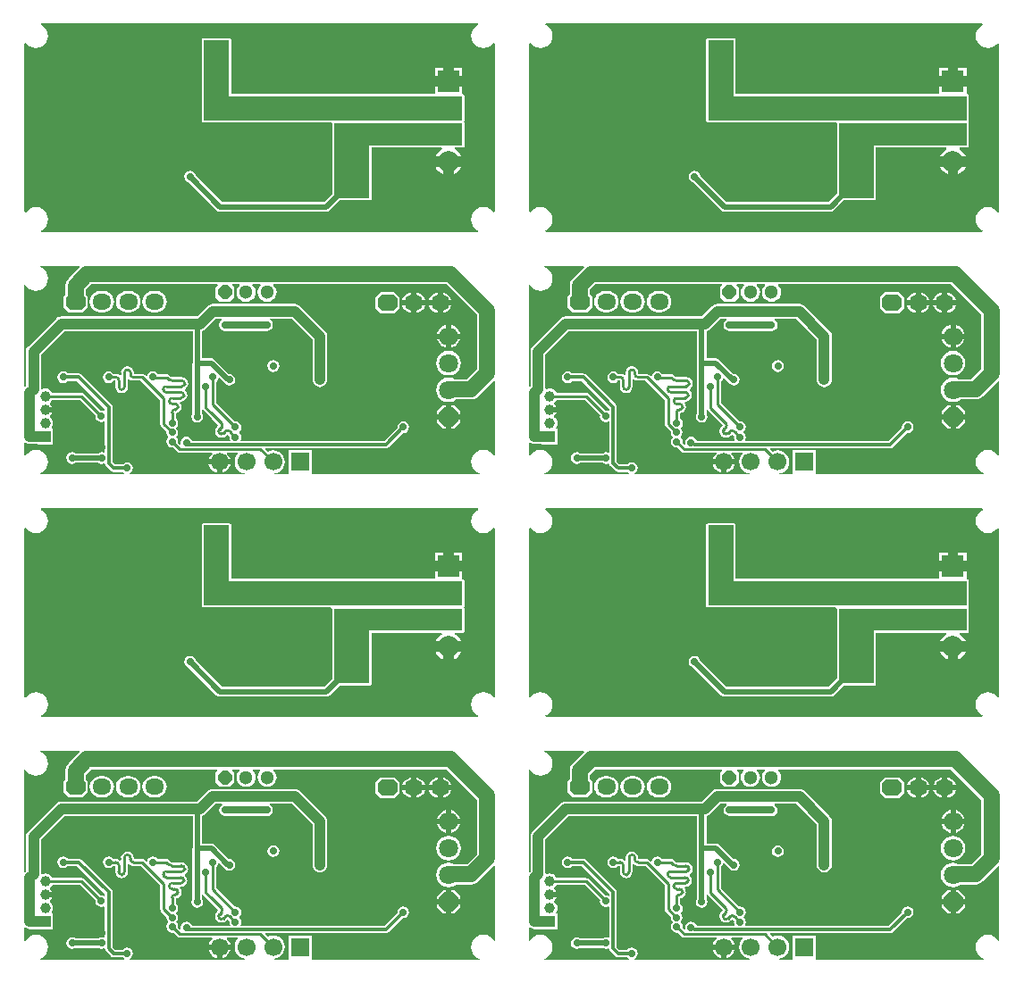
<source format=gbl>
G04*
G04 #@! TF.GenerationSoftware,Altium Limited,Altium Designer,20.1.10 (176)*
G04*
G04 Layer_Physical_Order=2*
G04 Layer_Color=16711680*
%FSLAX44Y44*%
%MOMM*%
G71*
G04*
G04 #@! TF.SameCoordinates,9745D311-7863-4EED-B8D5-1BD438EF7D2D*
G04*
G04*
G04 #@! TF.FilePolarity,Positive*
G04*
G01*
G75*
%ADD10C,0.2500*%
%ADD21C,0.5000*%
%ADD22C,1.0000*%
%ADD23C,0.3000*%
%ADD24C,1.5000*%
%ADD29C,1.0000*%
%ADD30R,1.0000X1.0000*%
%ADD31O,1.8000X1.5000*%
G04:AMPARAMS|DCode=32|XSize=1.8mm|YSize=1.5mm|CornerRadius=0mm|HoleSize=0mm|Usage=FLASHONLY|Rotation=360.000|XOffset=0mm|YOffset=0mm|HoleType=Round|Shape=Octagon|*
%AMOCTAGOND32*
4,1,8,0.9000,-0.3750,0.9000,0.3750,0.5250,0.7500,-0.5250,0.7500,-0.9000,0.3750,-0.9000,-0.3750,-0.5250,-0.7500,0.5250,-0.7500,0.9000,-0.3750,0.0*
%
%ADD32OCTAGOND32*%

%ADD33C,1.8000*%
%ADD34P,1.9483X8X112.5*%
%ADD35P,1.4071X8X382.5*%
%ADD36C,1.3000*%
%ADD37C,1.7000*%
%ADD38R,1.7000X1.7000*%
%ADD39C,0.7000*%
%ADD40C,2.0000*%
%ADD41R,2.0000X2.0000*%
%ADD42C,0.7000*%
G36*
X910858Y890941D02*
X911157Y889441D01*
X910200Y889045D01*
X907798Y887202D01*
X905955Y884800D01*
X904796Y882002D01*
X904401Y879000D01*
X904796Y875998D01*
X905955Y873200D01*
X907798Y870798D01*
X910200Y868955D01*
X912998Y867796D01*
X916000Y867401D01*
X919002Y867796D01*
X921800Y868955D01*
X924202Y870798D01*
X925441Y872413D01*
X926941Y871904D01*
Y712096D01*
X925441Y711587D01*
X924202Y713202D01*
X921800Y715045D01*
X919002Y716204D01*
X916000Y716599D01*
X912998Y716204D01*
X910200Y715045D01*
X907798Y713202D01*
X905955Y710800D01*
X904796Y708002D01*
X904401Y705000D01*
X904796Y701998D01*
X905955Y699200D01*
X907798Y696798D01*
X910200Y694955D01*
X911157Y694559D01*
X910858Y693059D01*
X497142Y693059D01*
X496843Y694559D01*
X497800Y694955D01*
X500202Y696798D01*
X502045Y699200D01*
X503204Y701998D01*
X503599Y705000D01*
X503204Y708002D01*
X502045Y710800D01*
X500202Y713202D01*
X497800Y715045D01*
X495002Y716204D01*
X492000Y716599D01*
X488998Y716204D01*
X486200Y715045D01*
X483798Y713202D01*
X482559Y711587D01*
X481059Y712096D01*
Y871904D01*
X482559Y872413D01*
X483798Y870798D01*
X486200Y868955D01*
X488998Y867796D01*
X492000Y867401D01*
X495002Y867796D01*
X497800Y868955D01*
X500202Y870798D01*
X502045Y873200D01*
X503204Y875998D01*
X503599Y879000D01*
X503204Y882002D01*
X502045Y884800D01*
X500202Y887202D01*
X497800Y889045D01*
X496843Y889441D01*
X497142Y890941D01*
X910858Y890941D01*
D02*
G37*
G36*
X432858D02*
X433157Y889441D01*
X432200Y889045D01*
X429798Y887202D01*
X427955Y884800D01*
X426796Y882002D01*
X426401Y879000D01*
X426796Y875998D01*
X427955Y873200D01*
X429798Y870798D01*
X432200Y868955D01*
X434998Y867796D01*
X438000Y867401D01*
X441002Y867796D01*
X443800Y868955D01*
X446202Y870798D01*
X447441Y872413D01*
X448941Y871904D01*
Y712096D01*
X447441Y711587D01*
X446202Y713202D01*
X443800Y715045D01*
X441002Y716204D01*
X438000Y716599D01*
X434998Y716204D01*
X432200Y715045D01*
X429798Y713202D01*
X427955Y710800D01*
X426796Y708002D01*
X426401Y705000D01*
X426796Y701998D01*
X427955Y699200D01*
X429798Y696798D01*
X432200Y694955D01*
X433157Y694559D01*
X432858Y693059D01*
X19142Y693059D01*
X18843Y694559D01*
X19800Y694955D01*
X22202Y696798D01*
X24045Y699200D01*
X25204Y701998D01*
X25599Y705000D01*
X25204Y708002D01*
X24045Y710800D01*
X22202Y713202D01*
X19800Y715045D01*
X17002Y716204D01*
X14000Y716599D01*
X10998Y716204D01*
X8200Y715045D01*
X5798Y713202D01*
X4559Y711587D01*
X3059Y712096D01*
Y871904D01*
X4559Y872413D01*
X5798Y870798D01*
X8200Y868955D01*
X10998Y867796D01*
X14000Y867401D01*
X17002Y867796D01*
X19800Y868955D01*
X22202Y870798D01*
X24045Y873200D01*
X25204Y875998D01*
X25599Y879000D01*
X25204Y882002D01*
X24045Y884800D01*
X22202Y887202D01*
X19800Y889045D01*
X18843Y889441D01*
X19142Y890941D01*
X432858Y890941D01*
D02*
G37*
G36*
X533385Y660201D02*
X533391Y659941D01*
X522725Y649275D01*
X521202Y647291D01*
X520245Y644980D01*
X519918Y642500D01*
Y633918D01*
X518000Y632000D01*
Y622000D01*
X523000Y617000D01*
X536000D01*
X541000Y622000D01*
Y632000D01*
X539082Y633918D01*
Y638531D01*
X544151Y643600D01*
X663794D01*
X664176Y642676D01*
X662000Y640500D01*
Y631500D01*
X666500Y627000D01*
X675500D01*
X680000Y631500D01*
Y640500D01*
X677824Y642676D01*
X678206Y643600D01*
X684565D01*
X684887Y642653D01*
X684581Y642419D01*
X683139Y640539D01*
X682232Y638349D01*
X681922Y636000D01*
X682232Y633651D01*
X683139Y631461D01*
X684581Y629581D01*
X686461Y628139D01*
X688651Y627232D01*
X691000Y626922D01*
X693350Y627232D01*
X695539Y628139D01*
X697419Y629581D01*
X698861Y631461D01*
X699768Y633651D01*
X700078Y636000D01*
X699768Y638349D01*
X698861Y640539D01*
X697419Y642419D01*
X697113Y642653D01*
X697435Y643600D01*
X704565D01*
X704887Y642653D01*
X704581Y642419D01*
X703139Y640539D01*
X702232Y638349D01*
X701922Y636000D01*
X702232Y633651D01*
X703139Y631461D01*
X704581Y629581D01*
X706461Y628139D01*
X708651Y627232D01*
X711000Y626922D01*
X713350Y627232D01*
X715539Y628139D01*
X717419Y629581D01*
X718861Y631461D01*
X719768Y633651D01*
X720078Y636000D01*
X719768Y638349D01*
X718861Y640539D01*
X717419Y642419D01*
X717113Y642653D01*
X717435Y643600D01*
X880979D01*
X909918Y614661D01*
Y562969D01*
X900405Y553456D01*
X888532D01*
X886002Y554504D01*
X883000Y554899D01*
X879998Y554504D01*
X877200Y553345D01*
X874798Y551502D01*
X872955Y549100D01*
X871796Y546302D01*
X871401Y543300D01*
X871796Y540298D01*
X872955Y537500D01*
X874798Y535098D01*
X877200Y533255D01*
X879998Y532096D01*
X883000Y531701D01*
X886002Y532096D01*
X888800Y533255D01*
X890152Y534292D01*
X904374D01*
X906854Y534618D01*
X909165Y535576D01*
X911150Y537099D01*
X925941Y551890D01*
X926941Y551476D01*
Y481025D01*
X925941Y480935D01*
X924202Y483202D01*
X921800Y485045D01*
X919002Y486204D01*
X916000Y486599D01*
X912998Y486204D01*
X910200Y485045D01*
X907798Y483202D01*
X905955Y480800D01*
X904796Y478002D01*
X904401Y475000D01*
X904796Y471998D01*
X905955Y469200D01*
X907798Y466798D01*
X910200Y464955D01*
X912364Y464059D01*
X912165Y463059D01*
X753242D01*
X753100Y464059D01*
Y486000D01*
X731100D01*
Y464059D01*
X731100Y464000D01*
X730958Y463059D01*
X717932D01*
X717866Y464059D01*
X719572Y464283D01*
X722247Y465392D01*
X724545Y467155D01*
X726309Y469453D01*
X727417Y472128D01*
X727795Y475000D01*
X727417Y477872D01*
X726309Y480547D01*
X724545Y482845D01*
X722247Y484608D01*
X719572Y485717D01*
X716700Y486095D01*
X713829Y485717D01*
X711595Y484791D01*
X709379Y487007D01*
X709761Y487931D01*
X823545D01*
X824910Y488203D01*
X826068Y488977D01*
X839577Y502485D01*
X840044Y502392D01*
X842190Y502819D01*
X844010Y504035D01*
X845225Y505854D01*
X845652Y508000D01*
X845225Y510146D01*
X844010Y511965D01*
X842190Y513181D01*
X840044Y513608D01*
X837898Y513181D01*
X836079Y511965D01*
X834864Y510146D01*
X834437Y508000D01*
X834530Y507532D01*
X822066Y495069D01*
X686383D01*
X685911Y495951D01*
X686181Y496354D01*
X686608Y498500D01*
X686181Y500646D01*
X684965Y502465D01*
X684539Y502750D01*
Y503750D01*
X684965Y504035D01*
X686180Y505854D01*
X686607Y508000D01*
X686180Y510146D01*
X684965Y511965D01*
X683146Y513181D01*
X681000Y513608D01*
X680231Y513455D01*
X662814Y530872D01*
Y550973D01*
X663465Y551408D01*
X664681Y553227D01*
X664878Y554219D01*
X665963Y554548D01*
X670756Y549756D01*
X670956Y549622D01*
X671348Y549035D01*
X673168Y547819D01*
X675314Y547392D01*
X677460Y547819D01*
X679279Y549035D01*
X680495Y550854D01*
X680921Y553000D01*
X680495Y555146D01*
X679279Y556965D01*
X677460Y558181D01*
X675314Y558608D01*
X674953Y558536D01*
X661544Y571944D01*
X660056Y572939D01*
X658300Y573288D01*
X649588D01*
Y599175D01*
X649625Y599180D01*
X651328Y599885D01*
X652791Y601007D01*
X662424Y610641D01*
X668139D01*
X668443Y609641D01*
X667230Y608831D01*
X666014Y607012D01*
X665588Y604866D01*
X666014Y602720D01*
X667230Y600900D01*
X669049Y599685D01*
X671195Y599258D01*
X690418D01*
X691000Y599142D01*
X710884D01*
X713030Y599569D01*
X714849Y600785D01*
X714965Y600900D01*
X716181Y602720D01*
X716608Y604866D01*
X716181Y607012D01*
X714965Y608831D01*
X713752Y609641D01*
X714056Y610641D01*
X734596D01*
X753940Y591297D01*
Y562000D01*
Y553000D01*
X754180Y551173D01*
X754886Y549470D01*
X756008Y548008D01*
X757470Y546885D01*
X759173Y546180D01*
X761000Y545940D01*
X762827Y546180D01*
X764530Y546885D01*
X765993Y548008D01*
X767114Y549470D01*
X767820Y551173D01*
X768060Y553000D01*
Y562000D01*
Y594222D01*
X767820Y596049D01*
X767114Y597752D01*
X765993Y599214D01*
X742513Y622694D01*
X741050Y623816D01*
X739348Y624522D01*
X737520Y624762D01*
X659500D01*
X657673Y624522D01*
X655970Y623816D01*
X654508Y622694D01*
X644874Y613060D01*
X516000D01*
X514173Y612820D01*
X512470Y612114D01*
X511008Y610992D01*
X484758Y584742D01*
X483636Y583280D01*
X482930Y581577D01*
X482690Y579750D01*
Y546885D01*
X481929Y546264D01*
X481059Y546624D01*
Y642975D01*
X482059Y643065D01*
X483798Y640798D01*
X486200Y638955D01*
X488998Y637796D01*
X492000Y637401D01*
X495002Y637796D01*
X497800Y638955D01*
X500202Y640798D01*
X502045Y643200D01*
X503204Y645998D01*
X503599Y649000D01*
X503204Y652002D01*
X502045Y654800D01*
X500202Y657202D01*
X497800Y659045D01*
X495636Y659941D01*
X495835Y660941D01*
X533133D01*
X533385Y660201D01*
D02*
G37*
G36*
X55384D02*
X55391Y659941D01*
X44725Y649275D01*
X43202Y647291D01*
X42245Y644980D01*
X41918Y642500D01*
Y633918D01*
X40000Y632000D01*
Y622000D01*
X45000Y617000D01*
X58000D01*
X63000Y622000D01*
Y632000D01*
X61082Y633918D01*
Y638531D01*
X66151Y643600D01*
X185794D01*
X186176Y642676D01*
X184000Y640500D01*
Y631500D01*
X188500Y627000D01*
X197500D01*
X202000Y631500D01*
Y640500D01*
X199824Y642676D01*
X200206Y643600D01*
X206565D01*
X206887Y642653D01*
X206581Y642419D01*
X205139Y640539D01*
X204232Y638349D01*
X203922Y636000D01*
X204232Y633651D01*
X205139Y631461D01*
X206581Y629581D01*
X208461Y628139D01*
X210651Y627232D01*
X213000Y626922D01*
X215350Y627232D01*
X217539Y628139D01*
X219419Y629581D01*
X220861Y631461D01*
X221768Y633651D01*
X222078Y636000D01*
X221768Y638349D01*
X220861Y640539D01*
X219419Y642419D01*
X219113Y642653D01*
X219435Y643600D01*
X226565D01*
X226887Y642653D01*
X226581Y642419D01*
X225139Y640539D01*
X224232Y638349D01*
X223922Y636000D01*
X224232Y633651D01*
X225139Y631461D01*
X226581Y629581D01*
X228461Y628139D01*
X230651Y627232D01*
X233000Y626922D01*
X235350Y627232D01*
X237539Y628139D01*
X239419Y629581D01*
X240861Y631461D01*
X241768Y633651D01*
X242078Y636000D01*
X241768Y638349D01*
X240861Y640539D01*
X239419Y642419D01*
X239113Y642653D01*
X239435Y643600D01*
X402979D01*
X431918Y614661D01*
Y562969D01*
X422405Y553456D01*
X410532D01*
X408002Y554504D01*
X405000Y554899D01*
X401998Y554504D01*
X399200Y553345D01*
X396798Y551502D01*
X394955Y549100D01*
X393796Y546302D01*
X393401Y543300D01*
X393796Y540298D01*
X394955Y537500D01*
X396798Y535098D01*
X399200Y533255D01*
X401998Y532096D01*
X405000Y531701D01*
X408002Y532096D01*
X410800Y533255D01*
X412151Y534292D01*
X426374D01*
X428854Y534618D01*
X431165Y535576D01*
X433150Y537099D01*
X447941Y551890D01*
X448941Y551476D01*
Y481025D01*
X447941Y480935D01*
X446202Y483202D01*
X443800Y485045D01*
X441002Y486204D01*
X438000Y486599D01*
X434998Y486204D01*
X432200Y485045D01*
X429798Y483202D01*
X427955Y480800D01*
X426796Y478002D01*
X426401Y475000D01*
X426796Y471998D01*
X427955Y469200D01*
X429798Y466798D01*
X432200Y464955D01*
X434364Y464059D01*
X434165Y463059D01*
X275242D01*
X275100Y464059D01*
Y486000D01*
X253100D01*
Y464059D01*
X253100Y464000D01*
X252959Y463059D01*
X239932D01*
X239866Y464059D01*
X241572Y464283D01*
X244247Y465392D01*
X246545Y467155D01*
X248309Y469453D01*
X249417Y472128D01*
X249795Y475000D01*
X249417Y477872D01*
X248309Y480547D01*
X246545Y482845D01*
X244247Y484608D01*
X241572Y485717D01*
X238700Y486095D01*
X235828Y485717D01*
X233595Y484791D01*
X231379Y487007D01*
X231761Y487931D01*
X345545D01*
X346910Y488203D01*
X348068Y488977D01*
X361576Y502485D01*
X362044Y502392D01*
X364190Y502819D01*
X366010Y504035D01*
X367225Y505854D01*
X367652Y508000D01*
X367225Y510146D01*
X366010Y511965D01*
X364190Y513181D01*
X362044Y513608D01*
X359898Y513181D01*
X358079Y511965D01*
X356864Y510146D01*
X356437Y508000D01*
X356530Y507532D01*
X344066Y495069D01*
X208383D01*
X207911Y495951D01*
X208181Y496354D01*
X208608Y498500D01*
X208181Y500646D01*
X206965Y502465D01*
X206539Y502750D01*
Y503750D01*
X206965Y504035D01*
X208181Y505854D01*
X208607Y508000D01*
X208181Y510146D01*
X206965Y511965D01*
X205146Y513181D01*
X203000Y513608D01*
X202231Y513455D01*
X184814Y530872D01*
Y550973D01*
X185465Y551408D01*
X186681Y553227D01*
X186878Y554219D01*
X187963Y554548D01*
X192756Y549756D01*
X192956Y549622D01*
X193349Y549035D01*
X195168Y547819D01*
X197314Y547392D01*
X199460Y547819D01*
X201279Y549035D01*
X202495Y550854D01*
X202922Y553000D01*
X202495Y555146D01*
X201279Y556965D01*
X199460Y558181D01*
X197314Y558608D01*
X196953Y558536D01*
X183544Y571944D01*
X182056Y572939D01*
X180300Y573288D01*
X171588D01*
Y599175D01*
X171625Y599180D01*
X173328Y599885D01*
X174791Y601007D01*
X184424Y610641D01*
X190140D01*
X190443Y609641D01*
X189230Y608831D01*
X188015Y607012D01*
X187588Y604866D01*
X188015Y602720D01*
X189230Y600900D01*
X191049Y599685D01*
X193195Y599258D01*
X212418D01*
X213000Y599142D01*
X232884D01*
X235030Y599569D01*
X236849Y600785D01*
X236965Y600900D01*
X238181Y602720D01*
X238608Y604866D01*
X238181Y607012D01*
X236965Y608831D01*
X235752Y609641D01*
X236056Y610641D01*
X256596D01*
X275940Y591297D01*
Y562000D01*
Y553000D01*
X276180Y551173D01*
X276886Y549470D01*
X278008Y548008D01*
X279470Y546885D01*
X281173Y546180D01*
X283000Y545940D01*
X284827Y546180D01*
X286530Y546885D01*
X287992Y548008D01*
X289114Y549470D01*
X289820Y551173D01*
X290060Y553000D01*
Y562000D01*
Y594222D01*
X289820Y596049D01*
X289114Y597752D01*
X287992Y599214D01*
X264513Y622694D01*
X263050Y623816D01*
X261348Y624522D01*
X259520Y624762D01*
X181500D01*
X179673Y624522D01*
X177970Y623816D01*
X176507Y622694D01*
X166874Y613060D01*
X38000D01*
X36173Y612820D01*
X34470Y612114D01*
X33008Y610992D01*
X6758Y584742D01*
X5635Y583280D01*
X4930Y581577D01*
X4690Y579750D01*
Y546885D01*
X3929Y546264D01*
X3059Y546624D01*
Y642975D01*
X4059Y643065D01*
X5798Y640798D01*
X8200Y638955D01*
X10998Y637796D01*
X14000Y637401D01*
X17002Y637796D01*
X19800Y638955D01*
X22202Y640798D01*
X24045Y643200D01*
X25204Y645998D01*
X25599Y649000D01*
X25204Y652002D01*
X24045Y654800D01*
X22202Y657202D01*
X19800Y659045D01*
X17636Y659941D01*
X17835Y660941D01*
X55133D01*
X55384Y660201D01*
D02*
G37*
G36*
X640412Y569707D02*
X640162Y568450D01*
Y520783D01*
X639569Y519896D01*
X639142Y517750D01*
X639569Y515604D01*
X640785Y513785D01*
X642604Y512569D01*
X644750Y512142D01*
X646896Y512569D01*
X648715Y513785D01*
X649931Y515604D01*
X650358Y517750D01*
X649931Y519896D01*
X649338Y520783D01*
Y524335D01*
X650338Y524638D01*
X650666Y524148D01*
X658657Y516157D01*
X664947Y509867D01*
X663554Y508474D01*
X663478Y508474D01*
X663478Y508474D01*
X662152Y506490D01*
X661686Y504148D01*
X662152Y501808D01*
X663478Y499823D01*
X663478Y499823D01*
X663478Y499823D01*
X664249Y499308D01*
X665463Y498497D01*
X667804Y498031D01*
X670145Y498497D01*
X672129Y499823D01*
X672129Y499823D01*
X672129Y499823D01*
X672129Y499899D01*
X673037Y500806D01*
X674008D01*
X674008Y500806D01*
X675545Y499269D01*
X675392Y498500D01*
X675819Y496354D01*
X676089Y495951D01*
X675617Y495069D01*
X640046D01*
X639931Y495646D01*
X638715Y497465D01*
X636896Y498681D01*
X634750Y499108D01*
X632604Y498681D01*
X630785Y497465D01*
X629569Y495646D01*
X629142Y493500D01*
X629410Y492154D01*
X628488Y491661D01*
X626667Y493483D01*
X626820Y494252D01*
X626393Y496398D01*
X625177Y498217D01*
X625148Y499244D01*
X626223Y500854D01*
X626650Y503000D01*
X626223Y505146D01*
X625008Y506965D01*
Y507591D01*
X625177Y507704D01*
X626393Y509523D01*
X626820Y511669D01*
X626393Y513815D01*
X625177Y515635D01*
X624356Y516183D01*
Y521312D01*
X626134Y521666D01*
X628119Y522992D01*
X629445Y524977D01*
X629721Y526367D01*
X629727Y526394D01*
X629910Y527318D01*
Y527318D01*
Y527318D01*
X629910D01*
X629727Y528242D01*
X629445Y529659D01*
X628379Y531254D01*
X628542Y531588D01*
X629288Y532200D01*
X631629Y532666D01*
X633614Y533992D01*
X634940Y535977D01*
X635217Y537366D01*
X635222Y537394D01*
X635406Y538318D01*
Y538318D01*
Y538318D01*
X635406D01*
X635222Y539242D01*
X634940Y540659D01*
X633614Y542643D01*
X633159Y542948D01*
Y544150D01*
X634418Y544992D01*
X635744Y546977D01*
X636021Y548367D01*
X636026Y548394D01*
X636210Y549318D01*
Y549318D01*
Y549318D01*
X636210D01*
X636026Y550242D01*
X635744Y551659D01*
X634418Y553643D01*
X632434Y554969D01*
X630093Y555435D01*
Y555381D01*
X620877D01*
X620808Y555368D01*
X619943Y555726D01*
X619908Y555778D01*
X618174Y557512D01*
X617099Y558231D01*
X615831Y558483D01*
X607368D01*
X606796Y559339D01*
X604977Y560554D01*
X602831Y560981D01*
X600685Y560554D01*
X598866Y559339D01*
X597650Y557519D01*
X597445Y556488D01*
X596488Y556198D01*
X594970Y557716D01*
X593895Y558435D01*
X592627Y558687D01*
X584814D01*
Y559708D01*
X584868D01*
X584402Y562049D01*
X583076Y564034D01*
X581091Y565360D01*
X579701Y565636D01*
X579674Y565642D01*
X578750Y565826D01*
X578750D01*
Y565826D01*
X577826Y565642D01*
X576409Y565360D01*
X574424Y564034D01*
X573098Y562049D01*
X572633Y559708D01*
X572687D01*
Y557698D01*
X571687Y557209D01*
X570091Y558275D01*
X567750Y558741D01*
Y558687D01*
X565401D01*
X564965Y559339D01*
X563146Y560554D01*
X561000Y560981D01*
X558854Y560554D01*
X557035Y559339D01*
X555819Y557519D01*
X555392Y555373D01*
X555819Y553227D01*
X557035Y551408D01*
X558854Y550192D01*
X561000Y549766D01*
X563146Y550192D01*
X564965Y551408D01*
X565401Y552060D01*
X567187D01*
Y546323D01*
X567133D01*
X567598Y543982D01*
X568924Y541998D01*
X570909Y540672D01*
X572299Y540395D01*
X572326Y540390D01*
X573250Y540206D01*
X573250D01*
Y540206D01*
X574174Y540390D01*
X575591Y540672D01*
X577576Y541998D01*
X578902Y543982D01*
X579368Y546323D01*
X579314D01*
Y553048D01*
X580314Y553537D01*
X581909Y552472D01*
X584250Y552006D01*
Y552060D01*
X591254D01*
X609686Y533627D01*
Y511043D01*
X609939Y509774D01*
X610657Y508699D01*
X615588Y503769D01*
X615435Y503000D01*
X615862Y500854D01*
X617077Y499035D01*
X617107Y498007D01*
X616031Y496398D01*
X615604Y494252D01*
X616031Y492106D01*
X617247Y490286D01*
X619066Y489071D01*
X621212Y488644D01*
X621981Y488797D01*
X625871Y484907D01*
X626946Y484189D01*
X628214Y483936D01*
X658743D01*
X659064Y482989D01*
X658411Y482489D01*
X656728Y480295D01*
X655670Y477741D01*
X655639Y477500D01*
X676161D01*
X676130Y477741D01*
X675072Y480295D01*
X673389Y482489D01*
X672736Y482989D01*
X673058Y483936D01*
X683321D01*
X683643Y482989D01*
X683455Y482845D01*
X681692Y480547D01*
X680583Y477872D01*
X680205Y475000D01*
X680583Y472128D01*
X681692Y469453D01*
X683455Y467155D01*
X685753Y465392D01*
X688428Y464283D01*
X690134Y464059D01*
X690068Y463059D01*
X581308D01*
X581004Y464059D01*
X582465Y465035D01*
X583681Y466854D01*
X584108Y469000D01*
X583681Y471146D01*
X582465Y472965D01*
X580646Y474181D01*
X578500Y474608D01*
X576354Y474181D01*
X574535Y472965D01*
X574270Y472569D01*
X566934D01*
X564569Y474934D01*
Y527000D01*
X564297Y528366D01*
X563523Y529523D01*
X535150Y557897D01*
X533992Y558670D01*
X532627Y558942D01*
X522230D01*
X521965Y559339D01*
X520146Y560554D01*
X518000Y560981D01*
X515854Y560554D01*
X514035Y559339D01*
X512819Y557519D01*
X512392Y555373D01*
X512819Y553227D01*
X514035Y551408D01*
X515854Y550192D01*
X518000Y549766D01*
X520146Y550192D01*
X521965Y551408D01*
X522230Y551805D01*
X531148D01*
X557431Y525522D01*
Y523867D01*
X556549Y523396D01*
X556123Y523681D01*
X553977Y524108D01*
X553209Y523955D01*
X537581Y539582D01*
X536507Y540300D01*
X535238Y540552D01*
X507495D01*
X507301Y541021D01*
X506099Y542588D01*
X504532Y543790D01*
X502708Y544546D01*
X500750Y544804D01*
X498792Y544546D01*
X497810Y544139D01*
X496810Y544807D01*
Y576825D01*
X518924Y598940D01*
X640412D01*
Y569707D01*
D02*
G37*
G36*
X162412D02*
X162162Y568450D01*
Y520783D01*
X161569Y519896D01*
X161142Y517750D01*
X161569Y515604D01*
X162785Y513785D01*
X164604Y512569D01*
X166750Y512142D01*
X168896Y512569D01*
X170715Y513785D01*
X171931Y515604D01*
X172358Y517750D01*
X171931Y519896D01*
X171338Y520783D01*
Y524335D01*
X172338Y524638D01*
X172666Y524148D01*
X180657Y516157D01*
X186947Y509867D01*
X185554Y508474D01*
X185478Y508474D01*
X185478Y508474D01*
X184152Y506490D01*
X183686Y504148D01*
X184152Y501808D01*
X185478Y499823D01*
X185478Y499823D01*
X185478Y499823D01*
X186249Y499308D01*
X187463Y498497D01*
X189804Y498031D01*
X192145Y498497D01*
X194129Y499823D01*
X194129Y499823D01*
X194129Y499823D01*
X194129Y499899D01*
X195037Y500806D01*
X196008D01*
X196008Y500806D01*
X197545Y499269D01*
X197392Y498500D01*
X197819Y496354D01*
X198089Y495951D01*
X197617Y495069D01*
X162046D01*
X161931Y495646D01*
X160715Y497465D01*
X158896Y498681D01*
X156750Y499108D01*
X154604Y498681D01*
X152785Y497465D01*
X151569Y495646D01*
X151142Y493500D01*
X151410Y492154D01*
X150488Y491661D01*
X148667Y493483D01*
X148820Y494252D01*
X148393Y496398D01*
X147177Y498217D01*
X147148Y499244D01*
X148223Y500854D01*
X148650Y503000D01*
X148223Y505146D01*
X147008Y506965D01*
Y507591D01*
X147177Y507704D01*
X148393Y509523D01*
X148820Y511669D01*
X148393Y513815D01*
X147177Y515635D01*
X146356Y516183D01*
Y521312D01*
X148134Y521666D01*
X150119Y522992D01*
X151445Y524977D01*
X151721Y526367D01*
X151727Y526394D01*
X151910Y527318D01*
Y527318D01*
Y527318D01*
X151910D01*
X151727Y528242D01*
X151445Y529659D01*
X150379Y531254D01*
X150542Y531588D01*
X151288Y532200D01*
X153630Y532666D01*
X155614Y533992D01*
X156940Y535977D01*
X157217Y537366D01*
X157222Y537394D01*
X157406Y538318D01*
Y538318D01*
Y538318D01*
X157406D01*
X157222Y539242D01*
X156940Y540659D01*
X155614Y542643D01*
X155159Y542948D01*
Y544150D01*
X156418Y544992D01*
X157744Y546977D01*
X158021Y548367D01*
X158026Y548394D01*
X158210Y549318D01*
Y549318D01*
Y549318D01*
X158210D01*
X158026Y550242D01*
X157744Y551659D01*
X156418Y553643D01*
X154434Y554969D01*
X152093Y555435D01*
Y555381D01*
X142877D01*
X142808Y555368D01*
X141943Y555726D01*
X141908Y555778D01*
X140174Y557512D01*
X139099Y558231D01*
X137831Y558483D01*
X129368D01*
X128796Y559339D01*
X126977Y560554D01*
X124831Y560981D01*
X122685Y560554D01*
X120865Y559339D01*
X119650Y557519D01*
X119445Y556488D01*
X118488Y556198D01*
X116970Y557716D01*
X115895Y558435D01*
X114627Y558687D01*
X106814D01*
Y559708D01*
X106868D01*
X106402Y562049D01*
X105076Y564034D01*
X103091Y565360D01*
X101701Y565636D01*
X101674Y565642D01*
X100750Y565826D01*
X100750D01*
Y565826D01*
X99826Y565642D01*
X98409Y565360D01*
X96424Y564034D01*
X95098Y562049D01*
X94633Y559708D01*
X94686D01*
Y557698D01*
X93687Y557209D01*
X92091Y558275D01*
X89750Y558741D01*
Y558687D01*
X87401D01*
X86965Y559339D01*
X85146Y560554D01*
X83000Y560981D01*
X80854Y560554D01*
X79035Y559339D01*
X77819Y557519D01*
X77392Y555373D01*
X77819Y553227D01*
X79035Y551408D01*
X80854Y550192D01*
X83000Y549766D01*
X85146Y550192D01*
X86965Y551408D01*
X87401Y552060D01*
X89186D01*
Y546323D01*
X89133D01*
X89598Y543982D01*
X90924Y541998D01*
X92909Y540672D01*
X94299Y540395D01*
X94326Y540390D01*
X95250Y540206D01*
X95250D01*
Y540206D01*
X96174Y540390D01*
X97591Y540672D01*
X99576Y541998D01*
X100902Y543982D01*
X101368Y546323D01*
X101314D01*
Y553048D01*
X102314Y553537D01*
X103909Y552472D01*
X106250Y552006D01*
Y552060D01*
X113254D01*
X131686Y533627D01*
Y511043D01*
X131939Y509774D01*
X132657Y508699D01*
X137588Y503769D01*
X137435Y503000D01*
X137862Y500854D01*
X139077Y499035D01*
X139107Y498007D01*
X138031Y496398D01*
X137604Y494252D01*
X138031Y492106D01*
X139247Y490286D01*
X141066Y489071D01*
X143212Y488644D01*
X143981Y488797D01*
X147871Y484907D01*
X148946Y484189D01*
X150214Y483936D01*
X180742D01*
X181064Y482989D01*
X180411Y482489D01*
X178728Y480295D01*
X177670Y477741D01*
X177639Y477500D01*
X198162D01*
X198130Y477741D01*
X197072Y480295D01*
X195389Y482489D01*
X194736Y482989D01*
X195058Y483936D01*
X205321D01*
X205643Y482989D01*
X205455Y482845D01*
X203692Y480547D01*
X202583Y477872D01*
X202205Y475000D01*
X202583Y472128D01*
X203692Y469453D01*
X205455Y467155D01*
X207753Y465392D01*
X210429Y464283D01*
X212134Y464059D01*
X212068Y463059D01*
X103308D01*
X103005Y464059D01*
X104465Y465035D01*
X105681Y466854D01*
X106108Y469000D01*
X105681Y471146D01*
X104465Y472965D01*
X102646Y474181D01*
X100500Y474608D01*
X98354Y474181D01*
X96535Y472965D01*
X96270Y472569D01*
X88934D01*
X86569Y474934D01*
Y527000D01*
X86297Y528366D01*
X85523Y529523D01*
X57150Y557897D01*
X55992Y558670D01*
X54627Y558942D01*
X44230D01*
X43965Y559339D01*
X42146Y560554D01*
X40000Y560981D01*
X37854Y560554D01*
X36035Y559339D01*
X34819Y557519D01*
X34392Y555373D01*
X34819Y553227D01*
X36035Y551408D01*
X37854Y550192D01*
X40000Y549766D01*
X42146Y550192D01*
X43965Y551408D01*
X44230Y551805D01*
X53148D01*
X79432Y525522D01*
Y523867D01*
X78549Y523396D01*
X78123Y523681D01*
X75977Y524108D01*
X75209Y523955D01*
X59581Y539582D01*
X58506Y540300D01*
X57238Y540552D01*
X29495D01*
X29301Y541021D01*
X28099Y542588D01*
X26532Y543790D01*
X24708Y544546D01*
X22750Y544804D01*
X20792Y544546D01*
X19810Y544139D01*
X18810Y544807D01*
Y576825D01*
X40925Y598940D01*
X162412D01*
Y569707D01*
D02*
G37*
G36*
X548522Y519269D02*
X548369Y518500D01*
X548796Y516354D01*
X550012Y514535D01*
X551831Y513319D01*
X553977Y512892D01*
X556123Y513319D01*
X556549Y513604D01*
X557431Y513133D01*
Y484300D01*
X556549Y483828D01*
X556396Y483931D01*
X554250Y484358D01*
X552104Y483931D01*
X551217Y483338D01*
X529533D01*
X528646Y483931D01*
X526500Y484358D01*
X524354Y483931D01*
X522535Y482715D01*
X521319Y480896D01*
X520892Y478750D01*
X521319Y476604D01*
X522535Y474785D01*
X524354Y473569D01*
X526500Y473142D01*
X528646Y473569D01*
X529533Y474162D01*
X551217D01*
X552104Y473569D01*
X554250Y473142D01*
X556396Y473569D01*
X556530Y473658D01*
X557501Y473105D01*
X557703Y472090D01*
X558477Y470932D01*
X562932Y466477D01*
X564090Y465703D01*
X565456Y465431D01*
X574270D01*
X574535Y465035D01*
X575996Y464059D01*
X575692Y463059D01*
X495835D01*
X495636Y464059D01*
X497800Y464955D01*
X500202Y466798D01*
X502045Y469200D01*
X503204Y471998D01*
X503599Y475000D01*
X503204Y478002D01*
X502045Y480800D01*
X500202Y483202D01*
X497800Y485045D01*
X495002Y486204D01*
X492000Y486599D01*
X488998Y486204D01*
X486200Y485045D01*
X483798Y483202D01*
X482059Y480935D01*
X481059Y481025D01*
Y493015D01*
X482059Y493508D01*
X482690Y493024D01*
X484393Y492319D01*
X486220Y492078D01*
X493250D01*
Y491639D01*
X508250D01*
Y506639D01*
X507344D01*
X506902Y507536D01*
X507301Y508056D01*
X508057Y509881D01*
X508315Y511839D01*
X508057Y513797D01*
X507301Y515621D01*
X506099Y517188D01*
X505205Y517874D01*
Y519134D01*
X505742Y519546D01*
X506865Y521009D01*
X507291Y522039D01*
X500750D01*
Y527039D01*
X507291D01*
X506865Y528069D01*
X505742Y529531D01*
X505205Y529943D01*
Y531204D01*
X506099Y531890D01*
X507301Y533456D01*
X507495Y533925D01*
X533866D01*
X548522Y519269D01*
D02*
G37*
G36*
X70522D02*
X70370Y518500D01*
X70796Y516354D01*
X72012Y514535D01*
X73831Y513319D01*
X75977Y512892D01*
X78123Y513319D01*
X78549Y513604D01*
X79432Y513133D01*
Y484300D01*
X78549Y483828D01*
X78396Y483931D01*
X76250Y484358D01*
X74104Y483931D01*
X73217Y483338D01*
X51533D01*
X50646Y483931D01*
X48500Y484358D01*
X46354Y483931D01*
X44535Y482715D01*
X43319Y480896D01*
X42892Y478750D01*
X43319Y476604D01*
X44535Y474785D01*
X46354Y473569D01*
X48500Y473142D01*
X50646Y473569D01*
X51533Y474162D01*
X73217D01*
X74104Y473569D01*
X76250Y473142D01*
X78396Y473569D01*
X78530Y473658D01*
X79501Y473105D01*
X79703Y472090D01*
X80477Y470932D01*
X84932Y466477D01*
X86090Y465703D01*
X87456Y465431D01*
X96270D01*
X96535Y465035D01*
X97996Y464059D01*
X97692Y463059D01*
X17835D01*
X17636Y464059D01*
X19800Y464955D01*
X22202Y466798D01*
X24045Y469200D01*
X25204Y471998D01*
X25599Y475000D01*
X25204Y478002D01*
X24045Y480800D01*
X22202Y483202D01*
X19800Y485045D01*
X17002Y486204D01*
X14000Y486599D01*
X10998Y486204D01*
X8200Y485045D01*
X5798Y483202D01*
X4059Y480935D01*
X3059Y481025D01*
Y493015D01*
X4059Y493508D01*
X4690Y493024D01*
X6392Y492319D01*
X8220Y492078D01*
X15250D01*
Y491639D01*
X30250D01*
Y506639D01*
X29344D01*
X28902Y507536D01*
X29301Y508056D01*
X30057Y509881D01*
X30315Y511839D01*
X30057Y513797D01*
X29301Y515621D01*
X28099Y517188D01*
X27205Y517874D01*
Y519134D01*
X27743Y519546D01*
X28865Y521009D01*
X29291Y522039D01*
X22750D01*
Y527039D01*
X29291D01*
X28865Y528069D01*
X27743Y529531D01*
X27205Y529943D01*
Y531204D01*
X28099Y531890D01*
X29301Y533456D01*
X29495Y533925D01*
X55866D01*
X70522Y519269D01*
D02*
G37*
G36*
X432858Y430941D02*
X433157Y429441D01*
X432200Y429045D01*
X429798Y427202D01*
X427955Y424800D01*
X426796Y422002D01*
X426401Y419000D01*
X426796Y415998D01*
X427955Y413200D01*
X429798Y410798D01*
X432200Y408955D01*
X434998Y407796D01*
X438000Y407401D01*
X441002Y407796D01*
X443800Y408955D01*
X446202Y410798D01*
X447441Y412413D01*
X448941Y411904D01*
Y252096D01*
X447441Y251587D01*
X446202Y253202D01*
X443800Y255045D01*
X441002Y256204D01*
X438000Y256599D01*
X434998Y256204D01*
X432200Y255045D01*
X429798Y253202D01*
X427955Y250800D01*
X426796Y248002D01*
X426401Y245000D01*
X426796Y241998D01*
X427955Y239200D01*
X429798Y236798D01*
X432200Y234955D01*
X433157Y234559D01*
X432858Y233059D01*
X19142Y233059D01*
X18843Y234559D01*
X19800Y234955D01*
X22202Y236798D01*
X24045Y239200D01*
X25204Y241998D01*
X25599Y245000D01*
X25204Y248002D01*
X24045Y250800D01*
X22202Y253202D01*
X19800Y255045D01*
X17002Y256204D01*
X14000Y256599D01*
X10998Y256204D01*
X8200Y255045D01*
X5798Y253202D01*
X4559Y251586D01*
X3059Y252096D01*
Y411904D01*
X4559Y412413D01*
X5798Y410798D01*
X8200Y408955D01*
X10998Y407796D01*
X14000Y407401D01*
X17002Y407796D01*
X19800Y408955D01*
X22202Y410798D01*
X24045Y413200D01*
X25204Y415998D01*
X25599Y419000D01*
X25204Y422002D01*
X24045Y424800D01*
X22202Y427202D01*
X19800Y429045D01*
X18843Y429441D01*
X19142Y430941D01*
X432858Y430941D01*
D02*
G37*
G36*
X910858Y430941D02*
X911157Y429441D01*
X910200Y429045D01*
X907798Y427202D01*
X905955Y424799D01*
X904796Y422002D01*
X904401Y419000D01*
X904796Y415998D01*
X905955Y413200D01*
X907798Y410798D01*
X910200Y408955D01*
X912998Y407796D01*
X916000Y407401D01*
X919002Y407796D01*
X921800Y408955D01*
X924202Y410798D01*
X925441Y412413D01*
X926941Y411904D01*
Y252096D01*
X925441Y251586D01*
X924202Y253202D01*
X921800Y255045D01*
X919002Y256204D01*
X916000Y256599D01*
X912998Y256204D01*
X910200Y255045D01*
X907798Y253202D01*
X905955Y250800D01*
X904796Y248002D01*
X904401Y245000D01*
X904796Y241998D01*
X905955Y239200D01*
X907798Y236798D01*
X910200Y234955D01*
X911157Y234559D01*
X910858Y233059D01*
X497142Y233059D01*
X496843Y234559D01*
X497800Y234955D01*
X500202Y236798D01*
X502045Y239200D01*
X503204Y241998D01*
X503599Y245000D01*
X503204Y248002D01*
X502045Y250800D01*
X500202Y253202D01*
X497800Y255045D01*
X495002Y256204D01*
X492000Y256599D01*
X488998Y256204D01*
X486200Y255045D01*
X483798Y253202D01*
X482559Y251586D01*
X481059Y252096D01*
Y411904D01*
X482559Y412413D01*
X483798Y410798D01*
X486200Y408955D01*
X488998Y407796D01*
X492000Y407401D01*
X495002Y407796D01*
X497800Y408955D01*
X500202Y410798D01*
X502045Y413200D01*
X503204Y415998D01*
X503599Y419000D01*
X503204Y422002D01*
X502045Y424800D01*
X500202Y427202D01*
X497800Y429045D01*
X496843Y429441D01*
X497142Y430941D01*
X910858Y430941D01*
D02*
G37*
G36*
X533385Y200201D02*
X533391Y199941D01*
X522725Y189275D01*
X521202Y187291D01*
X520245Y184980D01*
X519918Y182500D01*
Y173918D01*
X518000Y172000D01*
Y162000D01*
X523000Y157000D01*
X536000D01*
X541000Y162000D01*
Y172000D01*
X539082Y173918D01*
Y178531D01*
X544151Y183600D01*
X663794D01*
X664176Y182676D01*
X662000Y180500D01*
Y171500D01*
X666500Y167000D01*
X675500D01*
X680000Y171500D01*
Y180500D01*
X677824Y182676D01*
X678206Y183600D01*
X684565D01*
X684887Y182653D01*
X684581Y182419D01*
X683139Y180539D01*
X682232Y178349D01*
X681922Y176000D01*
X682232Y173650D01*
X683139Y171461D01*
X684581Y169581D01*
X686461Y168139D01*
X688651Y167232D01*
X691000Y166922D01*
X693350Y167232D01*
X695539Y168139D01*
X697419Y169581D01*
X698861Y171461D01*
X699768Y173650D01*
X700078Y176000D01*
X699768Y178349D01*
X698861Y180539D01*
X697419Y182419D01*
X697113Y182653D01*
X697435Y183600D01*
X704565D01*
X704887Y182653D01*
X704581Y182419D01*
X703139Y180539D01*
X702232Y178349D01*
X701922Y176000D01*
X702232Y173650D01*
X703139Y171461D01*
X704581Y169581D01*
X706461Y168139D01*
X708651Y167232D01*
X711000Y166922D01*
X713350Y167232D01*
X715539Y168139D01*
X717419Y169581D01*
X718861Y171461D01*
X719768Y173650D01*
X720078Y176000D01*
X719768Y178349D01*
X718861Y180539D01*
X717419Y182419D01*
X717113Y182653D01*
X717435Y183600D01*
X880979D01*
X909918Y154661D01*
Y102969D01*
X900405Y93456D01*
X888532D01*
X886002Y94504D01*
X883000Y94899D01*
X879998Y94504D01*
X877200Y93345D01*
X874798Y91502D01*
X872955Y89100D01*
X871796Y86302D01*
X871401Y83300D01*
X871796Y80298D01*
X872955Y77500D01*
X874798Y75098D01*
X877200Y73255D01*
X879998Y72096D01*
X883000Y71701D01*
X886002Y72096D01*
X888800Y73255D01*
X890152Y74292D01*
X904374D01*
X906854Y74619D01*
X909165Y75576D01*
X911150Y77099D01*
X925941Y91890D01*
X926941Y91476D01*
Y21025D01*
X925941Y20935D01*
X924202Y23202D01*
X921800Y25045D01*
X919002Y26204D01*
X916000Y26599D01*
X912998Y26204D01*
X910200Y25045D01*
X907798Y23202D01*
X905955Y20800D01*
X904796Y18002D01*
X904401Y15000D01*
X904796Y11998D01*
X905955Y9200D01*
X907798Y6798D01*
X910200Y4955D01*
X912364Y4059D01*
X912165Y3059D01*
X753242D01*
X753100Y4059D01*
Y26000D01*
X731100D01*
Y4059D01*
X731100Y4000D01*
X730958Y3059D01*
X717932D01*
X717866Y4059D01*
X719572Y4283D01*
X722247Y5391D01*
X724545Y7155D01*
X726309Y9452D01*
X727417Y12128D01*
X727795Y15000D01*
X727417Y17872D01*
X726309Y20547D01*
X724545Y22845D01*
X722247Y24608D01*
X719572Y25717D01*
X716700Y26095D01*
X713829Y25717D01*
X711595Y24792D01*
X709379Y27008D01*
X709761Y27931D01*
X823545D01*
X824910Y28203D01*
X826068Y28977D01*
X839577Y42485D01*
X840044Y42392D01*
X842190Y42819D01*
X844010Y44035D01*
X845225Y45854D01*
X845652Y48000D01*
X845225Y50146D01*
X844010Y51965D01*
X842190Y53181D01*
X840044Y53608D01*
X837898Y53181D01*
X836079Y51965D01*
X834864Y50146D01*
X834437Y48000D01*
X834530Y47532D01*
X822066Y35069D01*
X686383D01*
X685911Y35951D01*
X686181Y36354D01*
X686608Y38500D01*
X686181Y40646D01*
X684965Y42465D01*
X684539Y42750D01*
Y43750D01*
X684965Y44035D01*
X686180Y45854D01*
X686607Y48000D01*
X686180Y50146D01*
X684965Y51965D01*
X683146Y53181D01*
X681000Y53608D01*
X680231Y53455D01*
X662814Y70872D01*
Y90973D01*
X663465Y91408D01*
X664681Y93227D01*
X664878Y94219D01*
X665963Y94548D01*
X670756Y89756D01*
X670956Y89622D01*
X671348Y89035D01*
X673168Y87819D01*
X675314Y87392D01*
X677460Y87819D01*
X679279Y89035D01*
X680495Y90854D01*
X680921Y93000D01*
X680495Y95146D01*
X679279Y96965D01*
X677460Y98181D01*
X675314Y98608D01*
X674953Y98536D01*
X661544Y111944D01*
X660056Y112939D01*
X658300Y113288D01*
X649588D01*
Y139175D01*
X649625Y139180D01*
X651328Y139886D01*
X652791Y141007D01*
X662424Y150641D01*
X668139D01*
X668443Y149641D01*
X667230Y148831D01*
X666014Y147012D01*
X665588Y144866D01*
X666014Y142720D01*
X667230Y140900D01*
X669049Y139685D01*
X671195Y139258D01*
X690418D01*
X691000Y139142D01*
X710884D01*
X713030Y139569D01*
X714849Y140785D01*
X714965Y140900D01*
X716181Y142720D01*
X716608Y144866D01*
X716181Y147012D01*
X714965Y148831D01*
X713752Y149641D01*
X714056Y150641D01*
X734596D01*
X753940Y131298D01*
Y102000D01*
Y93000D01*
X754180Y91173D01*
X754886Y89470D01*
X756008Y88007D01*
X757470Y86885D01*
X759173Y86180D01*
X761000Y85940D01*
X762827Y86180D01*
X764530Y86885D01*
X765993Y88007D01*
X767114Y89470D01*
X767820Y91173D01*
X768060Y93000D01*
Y102000D01*
Y134222D01*
X767820Y136049D01*
X767114Y137752D01*
X765993Y139214D01*
X742513Y162694D01*
X741050Y163816D01*
X739348Y164522D01*
X737520Y164762D01*
X659500D01*
X657673Y164522D01*
X655970Y163816D01*
X654508Y162694D01*
X644874Y153060D01*
X516000D01*
X514173Y152820D01*
X512470Y152114D01*
X511008Y150992D01*
X484758Y124742D01*
X483636Y123280D01*
X482930Y121577D01*
X482690Y119750D01*
Y86886D01*
X481929Y86264D01*
X481059Y86624D01*
Y182975D01*
X482059Y183065D01*
X483798Y180798D01*
X486200Y178955D01*
X488998Y177796D01*
X492000Y177401D01*
X495002Y177796D01*
X497800Y178955D01*
X500202Y180798D01*
X502045Y183200D01*
X503204Y185998D01*
X503599Y189000D01*
X503204Y192002D01*
X502045Y194800D01*
X500202Y197202D01*
X497800Y199045D01*
X495636Y199941D01*
X495835Y200941D01*
X533133D01*
X533385Y200201D01*
D02*
G37*
G36*
X55384D02*
X55391Y199941D01*
X44725Y189275D01*
X43202Y187291D01*
X42245Y184980D01*
X41918Y182500D01*
Y173918D01*
X40000Y172000D01*
Y162000D01*
X45000Y157000D01*
X58000D01*
X63000Y162000D01*
Y172000D01*
X61082Y173918D01*
Y178531D01*
X66151Y183600D01*
X185794D01*
X186176Y182676D01*
X184000Y180500D01*
Y171500D01*
X188500Y167000D01*
X197500D01*
X202000Y171500D01*
Y180500D01*
X199824Y182676D01*
X200206Y183600D01*
X206565D01*
X206887Y182653D01*
X206581Y182419D01*
X205139Y180539D01*
X204232Y178349D01*
X203922Y176000D01*
X204232Y173650D01*
X205139Y171461D01*
X206581Y169581D01*
X208461Y168139D01*
X210651Y167232D01*
X213000Y166922D01*
X215350Y167232D01*
X217539Y168139D01*
X219419Y169581D01*
X220861Y171461D01*
X221768Y173650D01*
X222078Y176000D01*
X221768Y178349D01*
X220861Y180539D01*
X219419Y182419D01*
X219113Y182653D01*
X219435Y183600D01*
X226565D01*
X226887Y182653D01*
X226581Y182419D01*
X225139Y180539D01*
X224232Y178349D01*
X223922Y176000D01*
X224232Y173650D01*
X225139Y171461D01*
X226581Y169581D01*
X228461Y168139D01*
X230651Y167232D01*
X233000Y166922D01*
X235350Y167232D01*
X237539Y168139D01*
X239419Y169581D01*
X240861Y171461D01*
X241768Y173650D01*
X242078Y176000D01*
X241768Y178349D01*
X240861Y180539D01*
X239419Y182419D01*
X239113Y182653D01*
X239435Y183600D01*
X402979D01*
X431918Y154661D01*
Y102969D01*
X422405Y93456D01*
X410532D01*
X408002Y94504D01*
X405000Y94899D01*
X401998Y94504D01*
X399200Y93345D01*
X396798Y91502D01*
X394955Y89100D01*
X393796Y86302D01*
X393401Y83300D01*
X393796Y80298D01*
X394955Y77500D01*
X396798Y75098D01*
X399200Y73255D01*
X401998Y72096D01*
X405000Y71701D01*
X408002Y72096D01*
X410800Y73255D01*
X412151Y74292D01*
X426374D01*
X428854Y74619D01*
X431165Y75576D01*
X433150Y77099D01*
X447941Y91890D01*
X448941Y91476D01*
Y21025D01*
X447941Y20935D01*
X446202Y23202D01*
X443800Y25045D01*
X441002Y26204D01*
X438000Y26599D01*
X434998Y26204D01*
X432200Y25045D01*
X429798Y23202D01*
X427955Y20800D01*
X426796Y18002D01*
X426401Y15000D01*
X426796Y11998D01*
X427955Y9200D01*
X429798Y6798D01*
X432200Y4955D01*
X434364Y4059D01*
X434165Y3059D01*
X275242D01*
X275100Y4059D01*
Y26000D01*
X253100D01*
Y4059D01*
X253100Y4000D01*
X252959Y3059D01*
X239932D01*
X239866Y4059D01*
X241572Y4283D01*
X244247Y5391D01*
X246545Y7155D01*
X248309Y9452D01*
X249417Y12128D01*
X249795Y15000D01*
X249417Y17872D01*
X248309Y20547D01*
X246545Y22845D01*
X244247Y24608D01*
X241572Y25717D01*
X238700Y26095D01*
X235828Y25717D01*
X233595Y24792D01*
X231379Y27008D01*
X231761Y27931D01*
X345545D01*
X346910Y28203D01*
X348068Y28977D01*
X361576Y42485D01*
X362044Y42392D01*
X364190Y42819D01*
X366010Y44035D01*
X367225Y45854D01*
X367652Y48000D01*
X367225Y50146D01*
X366010Y51965D01*
X364190Y53181D01*
X362044Y53608D01*
X359898Y53181D01*
X358079Y51965D01*
X356864Y50146D01*
X356437Y48000D01*
X356530Y47532D01*
X344066Y35069D01*
X208383D01*
X207911Y35951D01*
X208181Y36354D01*
X208608Y38500D01*
X208181Y40646D01*
X206965Y42465D01*
X206539Y42750D01*
Y43750D01*
X206965Y44035D01*
X208181Y45854D01*
X208607Y48000D01*
X208181Y50146D01*
X206965Y51965D01*
X205146Y53181D01*
X203000Y53608D01*
X202231Y53455D01*
X184814Y70872D01*
Y90973D01*
X185465Y91408D01*
X186681Y93227D01*
X186878Y94219D01*
X187963Y94548D01*
X192756Y89756D01*
X192956Y89622D01*
X193349Y89035D01*
X195168Y87819D01*
X197314Y87392D01*
X199460Y87819D01*
X201279Y89035D01*
X202495Y90854D01*
X202922Y93000D01*
X202495Y95146D01*
X201279Y96965D01*
X199460Y98181D01*
X197314Y98608D01*
X196953Y98536D01*
X183544Y111944D01*
X182056Y112939D01*
X180300Y113288D01*
X171588D01*
Y139175D01*
X171625Y139180D01*
X173328Y139886D01*
X174791Y141007D01*
X184424Y150641D01*
X190140D01*
X190443Y149641D01*
X189230Y148831D01*
X188015Y147012D01*
X187588Y144866D01*
X188015Y142720D01*
X189230Y140900D01*
X191049Y139685D01*
X193195Y139258D01*
X212418D01*
X213000Y139142D01*
X232884D01*
X235030Y139569D01*
X236849Y140785D01*
X236965Y140900D01*
X238181Y142720D01*
X238608Y144866D01*
X238181Y147012D01*
X236965Y148831D01*
X235752Y149641D01*
X236056Y150641D01*
X256596D01*
X275940Y131298D01*
Y102000D01*
Y93000D01*
X276180Y91173D01*
X276886Y89470D01*
X278008Y88007D01*
X279470Y86885D01*
X281173Y86180D01*
X283000Y85940D01*
X284827Y86180D01*
X286530Y86885D01*
X287992Y88007D01*
X289114Y89470D01*
X289820Y91173D01*
X290060Y93000D01*
Y102000D01*
Y134222D01*
X289820Y136049D01*
X289114Y137752D01*
X287992Y139214D01*
X264513Y162694D01*
X263050Y163816D01*
X261348Y164522D01*
X259520Y164762D01*
X181500D01*
X179673Y164522D01*
X177970Y163816D01*
X176507Y162694D01*
X166874Y153060D01*
X38000D01*
X36173Y152820D01*
X34470Y152114D01*
X33008Y150992D01*
X6758Y124742D01*
X5635Y123280D01*
X4930Y121577D01*
X4690Y119750D01*
Y86886D01*
X3929Y86264D01*
X3059Y86624D01*
Y182975D01*
X4059Y183065D01*
X5798Y180798D01*
X8200Y178955D01*
X10998Y177796D01*
X14000Y177401D01*
X17002Y177796D01*
X19800Y178955D01*
X22202Y180798D01*
X24045Y183200D01*
X25204Y185998D01*
X25599Y189000D01*
X25204Y192002D01*
X24045Y194800D01*
X22202Y197202D01*
X19800Y199045D01*
X17636Y199941D01*
X17835Y200941D01*
X55133D01*
X55384Y200201D01*
D02*
G37*
G36*
X640412Y109707D02*
X640162Y108450D01*
Y60783D01*
X639569Y59896D01*
X639142Y57750D01*
X639569Y55604D01*
X640785Y53785D01*
X642604Y52569D01*
X644750Y52142D01*
X646896Y52569D01*
X648715Y53785D01*
X649931Y55604D01*
X650358Y57750D01*
X649931Y59896D01*
X649338Y60783D01*
Y64335D01*
X650338Y64638D01*
X650666Y64148D01*
X658657Y56157D01*
X664947Y49867D01*
X663554Y48474D01*
X663478Y48474D01*
X663478Y48474D01*
X662152Y46490D01*
X661686Y44149D01*
X662152Y41807D01*
X663478Y39823D01*
X663478Y39823D01*
X663478Y39823D01*
X664249Y39308D01*
X665463Y38497D01*
X667804Y38031D01*
X670145Y38497D01*
X672129Y39823D01*
X672129Y39823D01*
X672129Y39823D01*
X672129Y39899D01*
X673037Y40806D01*
X674008D01*
X674008Y40806D01*
X675545Y39269D01*
X675392Y38500D01*
X675819Y36354D01*
X676089Y35951D01*
X675617Y35069D01*
X640046D01*
X639931Y35646D01*
X638715Y37465D01*
X636896Y38681D01*
X634750Y39108D01*
X632604Y38681D01*
X630785Y37465D01*
X629569Y35646D01*
X629142Y33500D01*
X629410Y32154D01*
X628488Y31662D01*
X626667Y33483D01*
X626820Y34252D01*
X626393Y36398D01*
X625177Y38217D01*
X625148Y39244D01*
X626223Y40854D01*
X626650Y43000D01*
X626223Y45146D01*
X625008Y46965D01*
Y47591D01*
X625177Y47704D01*
X626393Y49523D01*
X626820Y51669D01*
X626393Y53815D01*
X625177Y55635D01*
X624356Y56183D01*
Y61312D01*
X626134Y61666D01*
X628119Y62992D01*
X629445Y64977D01*
X629721Y66367D01*
X629727Y66394D01*
X629910Y67318D01*
Y67318D01*
Y67318D01*
X629910D01*
X629727Y68242D01*
X629445Y69659D01*
X628379Y71254D01*
X628542Y71588D01*
X629288Y72200D01*
X631629Y72666D01*
X633614Y73992D01*
X634940Y75977D01*
X635217Y77366D01*
X635222Y77394D01*
X635406Y78318D01*
Y78318D01*
Y78318D01*
X635406D01*
X635222Y79242D01*
X634940Y80659D01*
X633614Y82643D01*
X633159Y82948D01*
Y84150D01*
X634418Y84992D01*
X635744Y86977D01*
X636021Y88366D01*
X636026Y88394D01*
X636210Y89318D01*
Y89318D01*
Y89318D01*
X636210D01*
X636026Y90242D01*
X635744Y91659D01*
X634418Y93643D01*
X632434Y94970D01*
X630093Y95435D01*
Y95381D01*
X620877D01*
X620808Y95368D01*
X619943Y95726D01*
X619908Y95778D01*
X618174Y97512D01*
X617099Y98231D01*
X615831Y98483D01*
X607368D01*
X606796Y99339D01*
X604977Y100554D01*
X602831Y100981D01*
X600685Y100554D01*
X598866Y99339D01*
X597650Y97519D01*
X597445Y96489D01*
X596488Y96198D01*
X594970Y97717D01*
X593895Y98435D01*
X592627Y98687D01*
X584814D01*
Y99708D01*
X584868D01*
X584402Y102049D01*
X583076Y104034D01*
X581091Y105360D01*
X579701Y105636D01*
X579674Y105642D01*
X578750Y105826D01*
X578750D01*
Y105826D01*
X577826Y105642D01*
X576409Y105360D01*
X574424Y104034D01*
X573098Y102049D01*
X572633Y99708D01*
X572687D01*
Y97698D01*
X571687Y97209D01*
X570091Y98275D01*
X567750Y98741D01*
Y98687D01*
X565401D01*
X564965Y99339D01*
X563146Y100554D01*
X561000Y100981D01*
X558854Y100554D01*
X557035Y99339D01*
X555819Y97519D01*
X555392Y95373D01*
X555819Y93227D01*
X557035Y91408D01*
X558854Y90192D01*
X561000Y89766D01*
X563146Y90192D01*
X564965Y91408D01*
X565401Y92060D01*
X567187D01*
Y86323D01*
X567133D01*
X567598Y83982D01*
X568924Y81998D01*
X570909Y80672D01*
X572299Y80395D01*
X572326Y80390D01*
X573250Y80206D01*
X573250D01*
Y80206D01*
X574174Y80390D01*
X575591Y80672D01*
X577576Y81998D01*
X578902Y83982D01*
X579368Y86323D01*
X579314D01*
Y93048D01*
X580314Y93537D01*
X581909Y92472D01*
X584250Y92006D01*
Y92060D01*
X591254D01*
X609686Y73627D01*
Y51042D01*
X609939Y49774D01*
X610657Y48699D01*
X615588Y43769D01*
X615435Y43000D01*
X615862Y40854D01*
X617077Y39035D01*
X617107Y38007D01*
X616031Y36398D01*
X615604Y34252D01*
X616031Y32106D01*
X617247Y30286D01*
X619066Y29071D01*
X621212Y28644D01*
X621981Y28797D01*
X625871Y24907D01*
X626946Y24189D01*
X628214Y23936D01*
X658743D01*
X659064Y22989D01*
X658411Y22489D01*
X656728Y20295D01*
X655670Y17741D01*
X655639Y17500D01*
X676161D01*
X676130Y17741D01*
X675072Y20295D01*
X673389Y22489D01*
X672736Y22989D01*
X673058Y23936D01*
X683321D01*
X683643Y22989D01*
X683455Y22845D01*
X681692Y20547D01*
X680583Y17872D01*
X680205Y15000D01*
X680583Y12128D01*
X681692Y9452D01*
X683455Y7155D01*
X685753Y5391D01*
X688428Y4283D01*
X690134Y4059D01*
X690068Y3059D01*
X581308D01*
X581004Y4059D01*
X582465Y5035D01*
X583681Y6854D01*
X584108Y9000D01*
X583681Y11146D01*
X582465Y12965D01*
X580646Y14181D01*
X578500Y14608D01*
X576354Y14181D01*
X574535Y12965D01*
X574270Y12569D01*
X566934D01*
X564569Y14934D01*
Y67000D01*
X564297Y68366D01*
X563523Y69523D01*
X535150Y97897D01*
X533992Y98670D01*
X532627Y98942D01*
X522230D01*
X521965Y99339D01*
X520146Y100554D01*
X518000Y100981D01*
X515854Y100554D01*
X514035Y99339D01*
X512819Y97519D01*
X512392Y95373D01*
X512819Y93227D01*
X514035Y91408D01*
X515854Y90192D01*
X518000Y89766D01*
X520146Y90192D01*
X521965Y91408D01*
X522230Y91805D01*
X531148D01*
X557431Y65522D01*
Y63867D01*
X556549Y63396D01*
X556123Y63681D01*
X553977Y64108D01*
X553209Y63955D01*
X537581Y79582D01*
X536507Y80300D01*
X535238Y80552D01*
X507495D01*
X507301Y81021D01*
X506099Y82588D01*
X504532Y83790D01*
X502708Y84546D01*
X500750Y84803D01*
X498792Y84546D01*
X497810Y84139D01*
X496810Y84807D01*
Y116825D01*
X518924Y138940D01*
X640412D01*
Y109707D01*
D02*
G37*
G36*
X162412D02*
X162162Y108450D01*
Y60783D01*
X161569Y59896D01*
X161142Y57750D01*
X161569Y55604D01*
X162785Y53785D01*
X164604Y52569D01*
X166750Y52142D01*
X168896Y52569D01*
X170715Y53785D01*
X171931Y55604D01*
X172358Y57750D01*
X171931Y59896D01*
X171338Y60783D01*
Y64335D01*
X172338Y64638D01*
X172666Y64148D01*
X180657Y56157D01*
X186947Y49867D01*
X185554Y48474D01*
X185478Y48474D01*
X185478Y48474D01*
X184152Y46490D01*
X183686Y44149D01*
X184152Y41807D01*
X185478Y39823D01*
X185478Y39823D01*
X185478Y39823D01*
X186249Y39308D01*
X187463Y38497D01*
X189804Y38031D01*
X192145Y38497D01*
X194129Y39823D01*
X194129Y39823D01*
X194129Y39823D01*
X194129Y39899D01*
X195037Y40806D01*
X196008D01*
X196008Y40806D01*
X197545Y39269D01*
X197392Y38500D01*
X197819Y36354D01*
X198089Y35951D01*
X197617Y35069D01*
X162046D01*
X161931Y35646D01*
X160715Y37465D01*
X158896Y38681D01*
X156750Y39108D01*
X154604Y38681D01*
X152785Y37465D01*
X151569Y35646D01*
X151142Y33500D01*
X151410Y32154D01*
X150488Y31662D01*
X148667Y33483D01*
X148820Y34252D01*
X148393Y36398D01*
X147177Y38217D01*
X147148Y39244D01*
X148223Y40854D01*
X148650Y43000D01*
X148223Y45146D01*
X147008Y46965D01*
Y47591D01*
X147177Y47704D01*
X148393Y49523D01*
X148820Y51669D01*
X148393Y53815D01*
X147177Y55635D01*
X146356Y56183D01*
Y61312D01*
X148134Y61666D01*
X150119Y62992D01*
X151445Y64977D01*
X151721Y66367D01*
X151727Y66394D01*
X151910Y67318D01*
Y67318D01*
Y67318D01*
X151910D01*
X151727Y68242D01*
X151445Y69659D01*
X150379Y71254D01*
X150542Y71588D01*
X151288Y72200D01*
X153630Y72666D01*
X155614Y73992D01*
X156940Y75977D01*
X157217Y77366D01*
X157222Y77394D01*
X157406Y78318D01*
Y78318D01*
Y78318D01*
X157406D01*
X157222Y79242D01*
X156940Y80659D01*
X155614Y82643D01*
X155159Y82948D01*
Y84150D01*
X156418Y84992D01*
X157744Y86977D01*
X158021Y88366D01*
X158026Y88394D01*
X158210Y89318D01*
Y89318D01*
Y89318D01*
X158210D01*
X158026Y90242D01*
X157744Y91659D01*
X156418Y93643D01*
X154434Y94970D01*
X152093Y95435D01*
Y95381D01*
X142877D01*
X142808Y95368D01*
X141943Y95726D01*
X141908Y95778D01*
X140174Y97512D01*
X139099Y98231D01*
X137831Y98483D01*
X129368D01*
X128796Y99339D01*
X126977Y100554D01*
X124831Y100981D01*
X122685Y100554D01*
X120865Y99339D01*
X119650Y97519D01*
X119445Y96489D01*
X118488Y96198D01*
X116970Y97717D01*
X115895Y98435D01*
X114627Y98687D01*
X106814D01*
Y99708D01*
X106868D01*
X106402Y102049D01*
X105076Y104034D01*
X103091Y105360D01*
X101701Y105636D01*
X101674Y105642D01*
X100750Y105826D01*
X100750D01*
Y105826D01*
X99826Y105642D01*
X98409Y105360D01*
X96424Y104034D01*
X95098Y102049D01*
X94633Y99708D01*
X94686D01*
Y97698D01*
X93687Y97209D01*
X92091Y98275D01*
X89750Y98741D01*
Y98687D01*
X87401D01*
X86965Y99339D01*
X85146Y100554D01*
X83000Y100981D01*
X80854Y100554D01*
X79035Y99339D01*
X77819Y97519D01*
X77392Y95373D01*
X77819Y93227D01*
X79035Y91408D01*
X80854Y90192D01*
X83000Y89766D01*
X85146Y90192D01*
X86965Y91408D01*
X87401Y92060D01*
X89186D01*
Y86323D01*
X89133D01*
X89598Y83982D01*
X90924Y81998D01*
X92909Y80672D01*
X94299Y80395D01*
X94326Y80390D01*
X95250Y80206D01*
X95250D01*
Y80206D01*
X96174Y80390D01*
X97591Y80672D01*
X99576Y81998D01*
X100902Y83982D01*
X101368Y86323D01*
X101314D01*
Y93048D01*
X102314Y93537D01*
X103909Y92472D01*
X106250Y92006D01*
Y92060D01*
X113254D01*
X131686Y73627D01*
Y51042D01*
X131939Y49774D01*
X132657Y48699D01*
X137588Y43769D01*
X137435Y43000D01*
X137862Y40854D01*
X139077Y39035D01*
X139107Y38007D01*
X138031Y36398D01*
X137604Y34252D01*
X138031Y32106D01*
X139247Y30286D01*
X141066Y29071D01*
X143212Y28644D01*
X143981Y28797D01*
X147871Y24907D01*
X148946Y24189D01*
X150214Y23936D01*
X180742D01*
X181064Y22989D01*
X180411Y22489D01*
X178728Y20295D01*
X177670Y17741D01*
X177639Y17500D01*
X198162D01*
X198130Y17741D01*
X197072Y20295D01*
X195389Y22489D01*
X194736Y22989D01*
X195058Y23936D01*
X205321D01*
X205643Y22989D01*
X205455Y22845D01*
X203692Y20547D01*
X202583Y17872D01*
X202205Y15000D01*
X202583Y12128D01*
X203692Y9452D01*
X205455Y7155D01*
X207753Y5391D01*
X210429Y4283D01*
X212134Y4059D01*
X212068Y3059D01*
X103308D01*
X103005Y4059D01*
X104465Y5035D01*
X105681Y6854D01*
X106108Y9000D01*
X105681Y11146D01*
X104465Y12965D01*
X102646Y14181D01*
X100500Y14608D01*
X98354Y14181D01*
X96535Y12965D01*
X96270Y12569D01*
X88934D01*
X86569Y14934D01*
Y67000D01*
X86297Y68366D01*
X85523Y69523D01*
X57150Y97897D01*
X55992Y98670D01*
X54627Y98942D01*
X44230D01*
X43965Y99339D01*
X42146Y100554D01*
X40000Y100981D01*
X37854Y100554D01*
X36035Y99339D01*
X34819Y97519D01*
X34392Y95373D01*
X34819Y93227D01*
X36035Y91408D01*
X37854Y90192D01*
X40000Y89766D01*
X42146Y90192D01*
X43965Y91408D01*
X44230Y91805D01*
X53148D01*
X79432Y65522D01*
Y63867D01*
X78549Y63396D01*
X78123Y63681D01*
X75977Y64108D01*
X75209Y63955D01*
X59581Y79582D01*
X58506Y80300D01*
X57238Y80552D01*
X29495D01*
X29301Y81021D01*
X28099Y82588D01*
X26532Y83790D01*
X24708Y84546D01*
X22750Y84803D01*
X20792Y84546D01*
X19810Y84139D01*
X18810Y84807D01*
Y116825D01*
X40925Y138940D01*
X162412D01*
Y109707D01*
D02*
G37*
G36*
X548522Y59269D02*
X548369Y58500D01*
X548796Y56354D01*
X550012Y54535D01*
X551831Y53319D01*
X553977Y52892D01*
X556123Y53319D01*
X556549Y53604D01*
X557431Y53133D01*
Y24300D01*
X556549Y23828D01*
X556396Y23931D01*
X554250Y24358D01*
X552104Y23931D01*
X551217Y23338D01*
X529533D01*
X528646Y23931D01*
X526500Y24358D01*
X524354Y23931D01*
X522535Y22715D01*
X521319Y20896D01*
X520892Y18750D01*
X521319Y16604D01*
X522535Y14785D01*
X524354Y13569D01*
X526500Y13142D01*
X528646Y13569D01*
X529533Y14162D01*
X551217D01*
X552104Y13569D01*
X554250Y13142D01*
X556396Y13569D01*
X556530Y13658D01*
X557501Y13105D01*
X557703Y12090D01*
X558477Y10932D01*
X562932Y6477D01*
X564090Y5703D01*
X565456Y5431D01*
X574270D01*
X574535Y5035D01*
X575996Y4059D01*
X575692Y3059D01*
X495835D01*
X495636Y4059D01*
X497800Y4955D01*
X500202Y6798D01*
X502045Y9200D01*
X503204Y11998D01*
X503599Y15000D01*
X503204Y18002D01*
X502045Y20800D01*
X500202Y23202D01*
X497800Y25045D01*
X495002Y26204D01*
X492000Y26599D01*
X488998Y26204D01*
X486200Y25045D01*
X483798Y23202D01*
X482059Y20935D01*
X481059Y21025D01*
Y33015D01*
X482059Y33508D01*
X482690Y33024D01*
X484393Y32319D01*
X486220Y32078D01*
X493250D01*
Y31639D01*
X508250D01*
Y46639D01*
X507344D01*
X506902Y47536D01*
X507301Y48056D01*
X508057Y49881D01*
X508315Y51839D01*
X508057Y53797D01*
X507301Y55621D01*
X506099Y57188D01*
X505205Y57874D01*
Y59134D01*
X505742Y59546D01*
X506865Y61009D01*
X507291Y62039D01*
X500750D01*
Y67039D01*
X507291D01*
X506865Y68069D01*
X505742Y69531D01*
X505205Y69943D01*
Y71204D01*
X506099Y71890D01*
X507301Y73456D01*
X507495Y73925D01*
X533866D01*
X548522Y59269D01*
D02*
G37*
G36*
X70522D02*
X70370Y58500D01*
X70796Y56354D01*
X72012Y54535D01*
X73831Y53319D01*
X75977Y52892D01*
X78123Y53319D01*
X78549Y53604D01*
X79432Y53133D01*
Y24300D01*
X78549Y23828D01*
X78396Y23931D01*
X76250Y24358D01*
X74104Y23931D01*
X73217Y23338D01*
X51533D01*
X50646Y23931D01*
X48500Y24358D01*
X46354Y23931D01*
X44535Y22715D01*
X43319Y20896D01*
X42892Y18750D01*
X43319Y16604D01*
X44535Y14785D01*
X46354Y13569D01*
X48500Y13142D01*
X50646Y13569D01*
X51533Y14162D01*
X73217D01*
X74104Y13569D01*
X76250Y13142D01*
X78396Y13569D01*
X78530Y13658D01*
X79501Y13105D01*
X79703Y12090D01*
X80477Y10932D01*
X84932Y6477D01*
X86090Y5703D01*
X87456Y5431D01*
X96270D01*
X96535Y5035D01*
X97996Y4059D01*
X97692Y3059D01*
X17835D01*
X17636Y4059D01*
X19800Y4955D01*
X22202Y6798D01*
X24045Y9200D01*
X25204Y11998D01*
X25599Y15000D01*
X25204Y18002D01*
X24045Y20800D01*
X22202Y23202D01*
X19800Y25045D01*
X17002Y26204D01*
X14000Y26599D01*
X10998Y26204D01*
X8200Y25045D01*
X5798Y23202D01*
X4059Y20935D01*
X3059Y21025D01*
Y33015D01*
X4059Y33508D01*
X4690Y33024D01*
X6392Y32319D01*
X8220Y32078D01*
X15250D01*
Y31639D01*
X30250D01*
Y46639D01*
X29344D01*
X28902Y47536D01*
X29301Y48056D01*
X30057Y49881D01*
X30315Y51839D01*
X30057Y53797D01*
X29301Y55621D01*
X28099Y57188D01*
X27205Y57874D01*
Y59134D01*
X27743Y59546D01*
X28865Y61009D01*
X29291Y62039D01*
X22750D01*
Y67039D01*
X29291D01*
X28865Y68069D01*
X27743Y69531D01*
X27205Y69943D01*
Y71204D01*
X28099Y71890D01*
X29301Y73456D01*
X29495Y73925D01*
X55866D01*
X70522Y59269D01*
D02*
G37*
%LPC*%
G36*
X895891Y849065D02*
X887891D01*
Y841065D01*
X895891D01*
Y849065D01*
D02*
G37*
G36*
X877891D02*
X869891D01*
Y841065D01*
X877891D01*
Y849065D01*
D02*
G37*
G36*
X675000Y877039D02*
X651000D01*
X650220Y876884D01*
X649558Y876442D01*
X649116Y875780D01*
X648961Y875000D01*
Y799000D01*
X649116Y798220D01*
X649558Y797558D01*
X650220Y797116D01*
X651000Y796961D01*
X771622D01*
X772961Y796000D01*
Y729449D01*
X765099Y721588D01*
X668404D01*
X643389Y746603D01*
X643181Y747650D01*
X641965Y749469D01*
X640146Y750685D01*
X638000Y751112D01*
X635854Y750685D01*
X634035Y749469D01*
X632819Y747650D01*
X632392Y745504D01*
X632819Y743358D01*
X634035Y741539D01*
X635854Y740323D01*
X636900Y740115D01*
X663260Y713756D01*
X664748Y712761D01*
X666504Y712412D01*
X767000D01*
X768756Y712761D01*
X770244Y713756D01*
X779449Y722961D01*
X808000Y722961D01*
X808780Y723116D01*
X809442Y723558D01*
X809884Y724220D01*
X810039Y725000D01*
Y772961D01*
X876616D01*
X876915Y771461D01*
X876335Y771221D01*
X873620Y769137D01*
X871536Y766421D01*
X870891Y764865D01*
X894891D01*
X894247Y766421D01*
X892163Y769137D01*
X889447Y771221D01*
X888868Y771461D01*
X889166Y772961D01*
X896000D01*
X896780Y773116D01*
X897442Y773558D01*
X897884Y774220D01*
X898039Y775000D01*
Y796000D01*
X897884Y796780D01*
X897442Y797442D01*
Y797558D01*
X897884Y798220D01*
X898039Y799000D01*
Y822000D01*
X897884Y822780D01*
X897442Y823442D01*
X896780Y823884D01*
X896000Y824039D01*
X895891D01*
Y831065D01*
X869891D01*
Y824039D01*
X677039D01*
Y875000D01*
X676884Y875780D01*
X676442Y876442D01*
X675780Y876884D01*
X675000Y877039D01*
D02*
G37*
G36*
X894891Y754865D02*
X887891D01*
Y747865D01*
X889447Y748510D01*
X892163Y750593D01*
X894247Y753309D01*
X894891Y754865D01*
D02*
G37*
G36*
X877891D02*
X870891D01*
X871536Y753309D01*
X873620Y750593D01*
X876335Y748510D01*
X877891Y747865D01*
Y754865D01*
D02*
G37*
%LPD*%
G36*
X675000Y822000D02*
X896000D01*
Y799000D01*
X651000D01*
Y875000D01*
X675000D01*
Y822000D01*
D02*
G37*
G36*
X896000Y775000D02*
X808000D01*
Y725000D01*
X775000Y725000D01*
Y796000D01*
X896000Y796000D01*
Y775000D01*
D02*
G37*
%LPC*%
G36*
X417891Y849065D02*
X409891D01*
Y841065D01*
X417891D01*
Y849065D01*
D02*
G37*
G36*
X399891D02*
X391891D01*
Y841065D01*
X399891D01*
Y849065D01*
D02*
G37*
G36*
X197000Y877039D02*
X173000D01*
X172220Y876884D01*
X171558Y876442D01*
X171116Y875780D01*
X170961Y875000D01*
Y799000D01*
X171116Y798220D01*
X171558Y797558D01*
X172220Y797116D01*
X173000Y796961D01*
X293622D01*
X294961Y796000D01*
Y729449D01*
X287099Y721588D01*
X190404D01*
X165389Y746603D01*
X165181Y747650D01*
X163965Y749469D01*
X162146Y750685D01*
X160000Y751112D01*
X157854Y750685D01*
X156035Y749469D01*
X154819Y747650D01*
X154392Y745504D01*
X154819Y743358D01*
X156035Y741539D01*
X157854Y740323D01*
X158900Y740115D01*
X185259Y713756D01*
X186748Y712761D01*
X188504Y712412D01*
X289000D01*
X290756Y712761D01*
X292244Y713756D01*
X301449Y722961D01*
X330000Y722961D01*
X330780Y723116D01*
X331442Y723558D01*
X331884Y724220D01*
X332039Y725000D01*
Y772961D01*
X398616D01*
X398915Y771461D01*
X398335Y771221D01*
X395620Y769137D01*
X393536Y766421D01*
X392891Y764865D01*
X416891D01*
X416247Y766421D01*
X414163Y769137D01*
X411447Y771221D01*
X410868Y771461D01*
X411166Y772961D01*
X418000D01*
X418780Y773116D01*
X419442Y773558D01*
X419884Y774220D01*
X420039Y775000D01*
Y796000D01*
X419884Y796780D01*
X419442Y797442D01*
Y797558D01*
X419884Y798220D01*
X420039Y799000D01*
Y822000D01*
X419884Y822780D01*
X419442Y823442D01*
X418780Y823884D01*
X418000Y824039D01*
X417891D01*
Y831065D01*
X391891D01*
Y824039D01*
X199039D01*
Y875000D01*
X198884Y875780D01*
X198442Y876442D01*
X197780Y876884D01*
X197000Y877039D01*
D02*
G37*
G36*
X416891Y754865D02*
X409891D01*
Y747865D01*
X411447Y748510D01*
X414163Y750593D01*
X416247Y753309D01*
X416891Y754865D01*
D02*
G37*
G36*
X399891D02*
X392891D01*
X393536Y753309D01*
X395620Y750593D01*
X398335Y748510D01*
X399891Y747865D01*
Y754865D01*
D02*
G37*
%LPD*%
G36*
X197000Y822000D02*
X418000D01*
Y799000D01*
X173000D01*
Y875000D01*
X197000D01*
Y822000D01*
D02*
G37*
G36*
X418000Y775000D02*
X330000D01*
Y725000D01*
X297000Y725000D01*
Y796000D01*
X418000Y796000D01*
Y775000D01*
D02*
G37*
%LPC*%
G36*
X877500Y635450D02*
Y628500D01*
X885747D01*
X884798Y630791D01*
X883276Y632775D01*
X881291Y634298D01*
X878980Y635255D01*
X877500Y635450D01*
D02*
G37*
G36*
X872500D02*
X871020Y635255D01*
X868709Y634298D01*
X866725Y632775D01*
X865202Y630791D01*
X864253Y628500D01*
X872500D01*
Y635450D01*
D02*
G37*
G36*
X852500D02*
Y628500D01*
X860747D01*
X859798Y630791D01*
X858276Y632775D01*
X856291Y634298D01*
X853980Y635255D01*
X852500Y635450D01*
D02*
G37*
G36*
X847500D02*
X846020Y635255D01*
X843709Y634298D01*
X841725Y632775D01*
X840202Y630791D01*
X839253Y628500D01*
X847500D01*
Y635450D01*
D02*
G37*
G36*
X606000Y637086D02*
X603000D01*
X600390Y636743D01*
X597957Y635735D01*
X595868Y634132D01*
X594265Y632043D01*
X593257Y629610D01*
X592914Y627000D01*
X593257Y624389D01*
X594265Y621957D01*
X595868Y619868D01*
X597957Y618265D01*
X600390Y617257D01*
X603000Y616914D01*
X606000D01*
X608610Y617257D01*
X611043Y618265D01*
X613132Y619868D01*
X614735Y621957D01*
X615743Y624389D01*
X616086Y627000D01*
X615743Y629610D01*
X614735Y632043D01*
X613132Y634132D01*
X611043Y635735D01*
X608610Y636743D01*
X606000Y637086D01*
D02*
G37*
G36*
X581000D02*
X578000D01*
X575390Y636743D01*
X572957Y635735D01*
X570868Y634132D01*
X569265Y632043D01*
X568257Y629610D01*
X567914Y627000D01*
X568257Y624389D01*
X569265Y621957D01*
X570868Y619868D01*
X572957Y618265D01*
X575390Y617257D01*
X578000Y616914D01*
X581000D01*
X583610Y617257D01*
X586043Y618265D01*
X588132Y619868D01*
X589735Y621957D01*
X590743Y624389D01*
X591086Y627000D01*
X590743Y629610D01*
X589735Y632043D01*
X588132Y634132D01*
X586043Y635735D01*
X583610Y636743D01*
X581000Y637086D01*
D02*
G37*
G36*
X556000D02*
X553000D01*
X550390Y636743D01*
X547957Y635735D01*
X545868Y634132D01*
X544265Y632043D01*
X543257Y629610D01*
X542914Y627000D01*
X543257Y624389D01*
X544265Y621957D01*
X545868Y619868D01*
X547957Y618265D01*
X550390Y617257D01*
X553000Y616914D01*
X556000D01*
X558610Y617257D01*
X561043Y618265D01*
X563132Y619868D01*
X564735Y621957D01*
X565743Y624389D01*
X566086Y627000D01*
X565743Y629610D01*
X564735Y632043D01*
X563132Y634132D01*
X561043Y635735D01*
X558610Y636743D01*
X556000Y637086D01*
D02*
G37*
G36*
X885747Y623500D02*
X877500D01*
Y616550D01*
X878980Y616744D01*
X881291Y617702D01*
X883276Y619225D01*
X884798Y621209D01*
X885747Y623500D01*
D02*
G37*
G36*
X872500D02*
X864253D01*
X865202Y621209D01*
X866725Y619225D01*
X868709Y617702D01*
X871020Y616744D01*
X872500Y616550D01*
Y623500D01*
D02*
G37*
G36*
X860747D02*
X852500D01*
Y616550D01*
X853980Y616744D01*
X856291Y617702D01*
X858276Y619225D01*
X859798Y621209D01*
X860747Y623500D01*
D02*
G37*
G36*
X847500D02*
X839253D01*
X840202Y621209D01*
X841725Y619225D01*
X843709Y617702D01*
X846020Y616744D01*
X847500Y616550D01*
Y623500D01*
D02*
G37*
G36*
X831500Y636000D02*
X818500D01*
X813500Y631000D01*
Y621000D01*
X818500Y616000D01*
X831500D01*
X836500Y621000D01*
Y631000D01*
X831500Y636000D01*
D02*
G37*
G36*
X885500Y604866D02*
Y596600D01*
X893766D01*
X893717Y596972D01*
X892608Y599647D01*
X890845Y601945D01*
X888548Y603708D01*
X885872Y604817D01*
X885500Y604866D01*
D02*
G37*
G36*
X880500D02*
X880128Y604817D01*
X877453Y603708D01*
X875155Y601945D01*
X873392Y599647D01*
X872283Y596972D01*
X872234Y596600D01*
X880500D01*
Y604866D01*
D02*
G37*
G36*
X893766Y591600D02*
X885500D01*
Y583334D01*
X885872Y583383D01*
X888548Y584492D01*
X890845Y586255D01*
X892608Y588553D01*
X893717Y591228D01*
X893766Y591600D01*
D02*
G37*
G36*
X880500D02*
X872234D01*
X872283Y591228D01*
X873392Y588553D01*
X875155Y586255D01*
X877453Y584492D01*
X880128Y583383D01*
X880500Y583334D01*
Y591600D01*
D02*
G37*
G36*
X717000Y571608D02*
X714854Y571181D01*
X713035Y569965D01*
X711819Y568146D01*
X711392Y566000D01*
X711819Y563854D01*
X713035Y562035D01*
X714854Y560819D01*
X717000Y560392D01*
X719146Y560819D01*
X720965Y562035D01*
X722181Y563854D01*
X722608Y566000D01*
X722181Y568146D01*
X720965Y569965D01*
X719146Y571181D01*
X717000Y571608D01*
D02*
G37*
G36*
X883000Y580299D02*
X879998Y579904D01*
X877200Y578745D01*
X874798Y576902D01*
X872955Y574500D01*
X871796Y571702D01*
X871401Y568700D01*
X871796Y565698D01*
X872955Y562900D01*
X874798Y560498D01*
X877200Y558655D01*
X879998Y557496D01*
X883000Y557101D01*
X886002Y557496D01*
X888800Y558655D01*
X891202Y560498D01*
X893045Y562900D01*
X894204Y565698D01*
X894599Y568700D01*
X894204Y571702D01*
X893045Y574500D01*
X891202Y576902D01*
X888800Y578745D01*
X886002Y579904D01*
X883000Y580299D01*
D02*
G37*
G36*
X888500Y528900D02*
X885500D01*
Y520400D01*
X894000D01*
Y523400D01*
X888500Y528900D01*
D02*
G37*
G36*
X880500D02*
X877500D01*
X872000Y523400D01*
Y520400D01*
X880500D01*
Y528900D01*
D02*
G37*
G36*
X894000Y515400D02*
X885500D01*
Y506900D01*
X888500D01*
X894000Y512400D01*
Y515400D01*
D02*
G37*
G36*
X880500D02*
X872000D01*
Y512400D01*
X877500Y506900D01*
X880500D01*
Y515400D01*
D02*
G37*
G36*
X399500Y635450D02*
Y628500D01*
X407747D01*
X406798Y630791D01*
X405275Y632775D01*
X403291Y634298D01*
X400980Y635255D01*
X399500Y635450D01*
D02*
G37*
G36*
X394500D02*
X393020Y635255D01*
X390709Y634298D01*
X388725Y632775D01*
X387202Y630791D01*
X386253Y628500D01*
X394500D01*
Y635450D01*
D02*
G37*
G36*
X374500D02*
Y628500D01*
X382747D01*
X381798Y630791D01*
X380275Y632775D01*
X378291Y634298D01*
X375980Y635255D01*
X374500Y635450D01*
D02*
G37*
G36*
X369500D02*
X368020Y635255D01*
X365709Y634298D01*
X363725Y632775D01*
X362202Y630791D01*
X361253Y628500D01*
X369500D01*
Y635450D01*
D02*
G37*
G36*
X128000Y637086D02*
X125000D01*
X122389Y636743D01*
X119957Y635735D01*
X117868Y634132D01*
X116265Y632043D01*
X115258Y629610D01*
X114914Y627000D01*
X115258Y624389D01*
X116265Y621957D01*
X117868Y619868D01*
X119957Y618265D01*
X122389Y617257D01*
X125000Y616914D01*
X128000D01*
X130611Y617257D01*
X133043Y618265D01*
X135132Y619868D01*
X136735Y621957D01*
X137743Y624389D01*
X138086Y627000D01*
X137743Y629610D01*
X136735Y632043D01*
X135132Y634132D01*
X133043Y635735D01*
X130611Y636743D01*
X128000Y637086D01*
D02*
G37*
G36*
X103000D02*
X100000D01*
X97389Y636743D01*
X94957Y635735D01*
X92868Y634132D01*
X91265Y632043D01*
X90258Y629610D01*
X89914Y627000D01*
X90258Y624389D01*
X91265Y621957D01*
X92868Y619868D01*
X94957Y618265D01*
X97389Y617257D01*
X100000Y616914D01*
X103000D01*
X105611Y617257D01*
X108043Y618265D01*
X110132Y619868D01*
X111735Y621957D01*
X112743Y624389D01*
X113086Y627000D01*
X112743Y629610D01*
X111735Y632043D01*
X110132Y634132D01*
X108043Y635735D01*
X105611Y636743D01*
X103000Y637086D01*
D02*
G37*
G36*
X78000D02*
X75000D01*
X72389Y636743D01*
X69957Y635735D01*
X67868Y634132D01*
X66265Y632043D01*
X65258Y629610D01*
X64914Y627000D01*
X65258Y624389D01*
X66265Y621957D01*
X67868Y619868D01*
X69957Y618265D01*
X72389Y617257D01*
X75000Y616914D01*
X78000D01*
X80611Y617257D01*
X83043Y618265D01*
X85132Y619868D01*
X86735Y621957D01*
X87743Y624389D01*
X88086Y627000D01*
X87743Y629610D01*
X86735Y632043D01*
X85132Y634132D01*
X83043Y635735D01*
X80611Y636743D01*
X78000Y637086D01*
D02*
G37*
G36*
X407747Y623500D02*
X399500D01*
Y616550D01*
X400980Y616744D01*
X403291Y617702D01*
X405275Y619225D01*
X406798Y621209D01*
X407747Y623500D01*
D02*
G37*
G36*
X394500D02*
X386253D01*
X387202Y621209D01*
X388725Y619225D01*
X390709Y617702D01*
X393020Y616744D01*
X394500Y616550D01*
Y623500D01*
D02*
G37*
G36*
X382747D02*
X374500D01*
Y616550D01*
X375980Y616744D01*
X378291Y617702D01*
X380275Y619225D01*
X381798Y621209D01*
X382747Y623500D01*
D02*
G37*
G36*
X369500D02*
X361253D01*
X362202Y621209D01*
X363725Y619225D01*
X365709Y617702D01*
X368020Y616744D01*
X369500Y616550D01*
Y623500D01*
D02*
G37*
G36*
X353500Y636000D02*
X340500D01*
X335500Y631000D01*
Y621000D01*
X340500Y616000D01*
X353500D01*
X358500Y621000D01*
Y631000D01*
X353500Y636000D01*
D02*
G37*
G36*
X407500Y604866D02*
Y596600D01*
X415766D01*
X415717Y596972D01*
X414608Y599647D01*
X412845Y601945D01*
X410547Y603708D01*
X407872Y604817D01*
X407500Y604866D01*
D02*
G37*
G36*
X402500D02*
X402128Y604817D01*
X399453Y603708D01*
X397155Y601945D01*
X395392Y599647D01*
X394283Y596972D01*
X394234Y596600D01*
X402500D01*
Y604866D01*
D02*
G37*
G36*
X415766Y591600D02*
X407500D01*
Y583334D01*
X407872Y583383D01*
X410547Y584492D01*
X412845Y586255D01*
X414608Y588553D01*
X415717Y591228D01*
X415766Y591600D01*
D02*
G37*
G36*
X402500D02*
X394234D01*
X394283Y591228D01*
X395392Y588553D01*
X397155Y586255D01*
X399453Y584492D01*
X402128Y583383D01*
X402500Y583334D01*
Y591600D01*
D02*
G37*
G36*
X239000Y571608D02*
X236854Y571181D01*
X235035Y569965D01*
X233819Y568146D01*
X233392Y566000D01*
X233819Y563854D01*
X235035Y562035D01*
X236854Y560819D01*
X239000Y560392D01*
X241146Y560819D01*
X242965Y562035D01*
X244181Y563854D01*
X244608Y566000D01*
X244181Y568146D01*
X242965Y569965D01*
X241146Y571181D01*
X239000Y571608D01*
D02*
G37*
G36*
X405000Y580299D02*
X401998Y579904D01*
X399200Y578745D01*
X396798Y576902D01*
X394955Y574500D01*
X393796Y571702D01*
X393401Y568700D01*
X393796Y565698D01*
X394955Y562900D01*
X396798Y560498D01*
X399200Y558655D01*
X401998Y557496D01*
X405000Y557101D01*
X408002Y557496D01*
X410800Y558655D01*
X413202Y560498D01*
X415045Y562900D01*
X416204Y565698D01*
X416599Y568700D01*
X416204Y571702D01*
X415045Y574500D01*
X413202Y576902D01*
X410800Y578745D01*
X408002Y579904D01*
X405000Y580299D01*
D02*
G37*
G36*
X410500Y528900D02*
X407500D01*
Y520400D01*
X416000D01*
Y523400D01*
X410500Y528900D01*
D02*
G37*
G36*
X402500D02*
X399500D01*
X394000Y523400D01*
Y520400D01*
X402500D01*
Y528900D01*
D02*
G37*
G36*
X416000Y515400D02*
X407500D01*
Y506900D01*
X410500D01*
X416000Y512400D01*
Y515400D01*
D02*
G37*
G36*
X402500D02*
X394000D01*
Y512400D01*
X399500Y506900D01*
X402500D01*
Y515400D01*
D02*
G37*
G36*
X676161Y472500D02*
X668400D01*
Y464739D01*
X668641Y464770D01*
X671195Y465828D01*
X673389Y467511D01*
X675072Y469705D01*
X676130Y472259D01*
X676161Y472500D01*
D02*
G37*
G36*
X663400D02*
X655639D01*
X655670Y472259D01*
X656728Y469705D01*
X658411Y467511D01*
X660605Y465828D01*
X663159Y464770D01*
X663400Y464739D01*
Y472500D01*
D02*
G37*
G36*
X198162D02*
X190400D01*
Y464739D01*
X190641Y464770D01*
X193195Y465828D01*
X195389Y467511D01*
X197072Y469705D01*
X198130Y472259D01*
X198162Y472500D01*
D02*
G37*
G36*
X185400D02*
X177639D01*
X177670Y472259D01*
X178728Y469705D01*
X180411Y467511D01*
X182605Y465828D01*
X185159Y464770D01*
X185400Y464739D01*
Y472500D01*
D02*
G37*
G36*
X417891Y389065D02*
X409891D01*
Y381065D01*
X417891D01*
Y389065D01*
D02*
G37*
G36*
X399891D02*
X391891D01*
Y381065D01*
X399891D01*
Y389065D01*
D02*
G37*
G36*
X197000Y417039D02*
X173000D01*
X172220Y416884D01*
X171558Y416442D01*
X171116Y415780D01*
X170961Y415000D01*
Y339000D01*
X171116Y338220D01*
X171558Y337558D01*
X172220Y337116D01*
X173000Y336961D01*
X293622D01*
X294961Y336000D01*
Y269449D01*
X287099Y261588D01*
X190404D01*
X165389Y286604D01*
X165181Y287650D01*
X163965Y289469D01*
X162146Y290685D01*
X160000Y291112D01*
X157854Y290685D01*
X156035Y289469D01*
X154819Y287650D01*
X154392Y285504D01*
X154819Y283358D01*
X156035Y281539D01*
X157854Y280323D01*
X158900Y280115D01*
X185259Y253756D01*
X186748Y252761D01*
X188504Y252412D01*
X289000D01*
X290756Y252761D01*
X292244Y253756D01*
X301449Y262961D01*
X330000Y262961D01*
X330780Y263116D01*
X331442Y263558D01*
X331884Y264220D01*
X332039Y265000D01*
Y312961D01*
X398616D01*
X398915Y311461D01*
X398335Y311221D01*
X395620Y309137D01*
X393536Y306421D01*
X392891Y304865D01*
X416891D01*
X416247Y306421D01*
X414163Y309137D01*
X411447Y311221D01*
X410868Y311461D01*
X411166Y312961D01*
X418000D01*
X418780Y313116D01*
X419442Y313558D01*
X419884Y314220D01*
X420039Y315000D01*
Y336000D01*
X419884Y336780D01*
X419442Y337442D01*
Y337558D01*
X419884Y338220D01*
X420039Y339000D01*
Y362000D01*
X419884Y362780D01*
X419442Y363442D01*
X418780Y363884D01*
X418000Y364039D01*
X417891D01*
Y371065D01*
X391891D01*
Y364039D01*
X199039D01*
Y415000D01*
X198884Y415780D01*
X198442Y416442D01*
X197780Y416884D01*
X197000Y417039D01*
D02*
G37*
G36*
X416891Y294865D02*
X409891D01*
Y287865D01*
X411447Y288510D01*
X414163Y290593D01*
X416247Y293309D01*
X416891Y294865D01*
D02*
G37*
G36*
X399891D02*
X392891D01*
X393536Y293309D01*
X395620Y290593D01*
X398335Y288510D01*
X399891Y287865D01*
Y294865D01*
D02*
G37*
%LPD*%
G36*
X197000Y362000D02*
X418000D01*
Y339000D01*
X173000D01*
Y415000D01*
X197000D01*
Y362000D01*
D02*
G37*
G36*
X418000Y315000D02*
X330000D01*
Y265000D01*
X297000Y265000D01*
Y336000D01*
X418000Y336000D01*
Y315000D01*
D02*
G37*
%LPC*%
G36*
X895891Y389065D02*
X887891D01*
Y381065D01*
X895891D01*
Y389065D01*
D02*
G37*
G36*
X877891D02*
X869891D01*
Y381065D01*
X877891D01*
Y389065D01*
D02*
G37*
G36*
X675000Y417039D02*
X651000D01*
X650220Y416884D01*
X649558Y416442D01*
X649116Y415780D01*
X648961Y415000D01*
Y339000D01*
X649116Y338220D01*
X649558Y337558D01*
X650220Y337116D01*
X651000Y336961D01*
X771622D01*
X772961Y336000D01*
Y269449D01*
X765099Y261588D01*
X668404D01*
X643389Y286604D01*
X643181Y287650D01*
X641965Y289469D01*
X640146Y290685D01*
X638000Y291112D01*
X635854Y290685D01*
X634035Y289469D01*
X632819Y287650D01*
X632392Y285504D01*
X632819Y283358D01*
X634035Y281539D01*
X635854Y280323D01*
X636900Y280115D01*
X663260Y253756D01*
X664748Y252761D01*
X666504Y252412D01*
X767000D01*
X768756Y252761D01*
X770244Y253756D01*
X779449Y262961D01*
X808000Y262961D01*
X808780Y263116D01*
X809442Y263558D01*
X809884Y264220D01*
X810039Y265000D01*
Y312961D01*
X876616D01*
X876915Y311461D01*
X876335Y311221D01*
X873620Y309137D01*
X871536Y306421D01*
X870891Y304865D01*
X894891D01*
X894247Y306421D01*
X892163Y309137D01*
X889447Y311221D01*
X888868Y311461D01*
X889166Y312961D01*
X896000D01*
X896780Y313116D01*
X897442Y313558D01*
X897884Y314220D01*
X898039Y315000D01*
Y336000D01*
X897884Y336780D01*
X897442Y337442D01*
Y337558D01*
X897884Y338220D01*
X898039Y339000D01*
Y362000D01*
X897884Y362780D01*
X897442Y363442D01*
X896780Y363884D01*
X896000Y364039D01*
X895891D01*
Y371065D01*
X869891D01*
Y364039D01*
X677039D01*
Y415000D01*
X676884Y415780D01*
X676442Y416442D01*
X675780Y416884D01*
X675000Y417039D01*
D02*
G37*
G36*
X894891Y294865D02*
X887891D01*
Y287865D01*
X889447Y288510D01*
X892163Y290593D01*
X894247Y293309D01*
X894891Y294865D01*
D02*
G37*
G36*
X877891D02*
X870891D01*
X871536Y293309D01*
X873620Y290593D01*
X876335Y288510D01*
X877891Y287865D01*
Y294865D01*
D02*
G37*
%LPD*%
G36*
X675000Y362000D02*
X896000D01*
Y339000D01*
X651000D01*
Y415000D01*
X675000D01*
Y362000D01*
D02*
G37*
G36*
X896000Y315000D02*
X808000D01*
Y265000D01*
X775000Y265000D01*
Y336000D01*
X896000Y336000D01*
Y315000D01*
D02*
G37*
%LPC*%
G36*
X877500Y175450D02*
Y168500D01*
X885747D01*
X884798Y170791D01*
X883276Y172775D01*
X881291Y174298D01*
X878980Y175255D01*
X877500Y175450D01*
D02*
G37*
G36*
X872500D02*
X871020Y175255D01*
X868709Y174298D01*
X866725Y172775D01*
X865202Y170791D01*
X864253Y168500D01*
X872500D01*
Y175450D01*
D02*
G37*
G36*
X852500D02*
Y168500D01*
X860747D01*
X859798Y170791D01*
X858276Y172775D01*
X856291Y174298D01*
X853980Y175255D01*
X852500Y175450D01*
D02*
G37*
G36*
X847500D02*
X846020Y175255D01*
X843709Y174298D01*
X841725Y172775D01*
X840202Y170791D01*
X839253Y168500D01*
X847500D01*
Y175450D01*
D02*
G37*
G36*
X606000Y177086D02*
X603000D01*
X600390Y176742D01*
X597957Y175735D01*
X595868Y174132D01*
X594265Y172043D01*
X593257Y169611D01*
X592914Y167000D01*
X593257Y164389D01*
X594265Y161957D01*
X595868Y159868D01*
X597957Y158265D01*
X600390Y157257D01*
X603000Y156914D01*
X606000D01*
X608610Y157257D01*
X611043Y158265D01*
X613132Y159868D01*
X614735Y161957D01*
X615743Y164389D01*
X616086Y167000D01*
X615743Y169611D01*
X614735Y172043D01*
X613132Y174132D01*
X611043Y175735D01*
X608610Y176742D01*
X606000Y177086D01*
D02*
G37*
G36*
X581000D02*
X578000D01*
X575390Y176742D01*
X572957Y175735D01*
X570868Y174132D01*
X569265Y172043D01*
X568257Y169611D01*
X567914Y167000D01*
X568257Y164389D01*
X569265Y161957D01*
X570868Y159868D01*
X572957Y158265D01*
X575390Y157257D01*
X578000Y156914D01*
X581000D01*
X583610Y157257D01*
X586043Y158265D01*
X588132Y159868D01*
X589735Y161957D01*
X590743Y164389D01*
X591086Y167000D01*
X590743Y169611D01*
X589735Y172043D01*
X588132Y174132D01*
X586043Y175735D01*
X583610Y176742D01*
X581000Y177086D01*
D02*
G37*
G36*
X556000D02*
X553000D01*
X550390Y176742D01*
X547957Y175735D01*
X545868Y174132D01*
X544265Y172043D01*
X543257Y169611D01*
X542914Y167000D01*
X543257Y164389D01*
X544265Y161957D01*
X545868Y159868D01*
X547957Y158265D01*
X550390Y157257D01*
X553000Y156914D01*
X556000D01*
X558610Y157257D01*
X561043Y158265D01*
X563132Y159868D01*
X564735Y161957D01*
X565743Y164389D01*
X566086Y167000D01*
X565743Y169611D01*
X564735Y172043D01*
X563132Y174132D01*
X561043Y175735D01*
X558610Y176742D01*
X556000Y177086D01*
D02*
G37*
G36*
X885747Y163500D02*
X877500D01*
Y156550D01*
X878980Y156744D01*
X881291Y157702D01*
X883276Y159225D01*
X884798Y161209D01*
X885747Y163500D01*
D02*
G37*
G36*
X872500D02*
X864253D01*
X865202Y161209D01*
X866725Y159225D01*
X868709Y157702D01*
X871020Y156744D01*
X872500Y156550D01*
Y163500D01*
D02*
G37*
G36*
X860747D02*
X852500D01*
Y156550D01*
X853980Y156744D01*
X856291Y157702D01*
X858276Y159225D01*
X859798Y161209D01*
X860747Y163500D01*
D02*
G37*
G36*
X847500D02*
X839253D01*
X840202Y161209D01*
X841725Y159225D01*
X843709Y157702D01*
X846020Y156744D01*
X847500Y156550D01*
Y163500D01*
D02*
G37*
G36*
X831500Y176000D02*
X818500D01*
X813500Y171000D01*
Y161000D01*
X818500Y156000D01*
X831500D01*
X836500Y161000D01*
Y171000D01*
X831500Y176000D01*
D02*
G37*
G36*
X885500Y144866D02*
Y136600D01*
X893766D01*
X893717Y136972D01*
X892608Y139647D01*
X890845Y141945D01*
X888548Y143708D01*
X885872Y144817D01*
X885500Y144866D01*
D02*
G37*
G36*
X880500D02*
X880128Y144817D01*
X877453Y143708D01*
X875155Y141945D01*
X873392Y139647D01*
X872283Y136972D01*
X872234Y136600D01*
X880500D01*
Y144866D01*
D02*
G37*
G36*
X893766Y131600D02*
X885500D01*
Y123334D01*
X885872Y123383D01*
X888548Y124492D01*
X890845Y126255D01*
X892608Y128553D01*
X893717Y131228D01*
X893766Y131600D01*
D02*
G37*
G36*
X880500D02*
X872234D01*
X872283Y131228D01*
X873392Y128553D01*
X875155Y126255D01*
X877453Y124492D01*
X880128Y123383D01*
X880500Y123334D01*
Y131600D01*
D02*
G37*
G36*
X717000Y111608D02*
X714854Y111181D01*
X713035Y109965D01*
X711819Y108146D01*
X711392Y106000D01*
X711819Y103854D01*
X713035Y102035D01*
X714854Y100819D01*
X717000Y100392D01*
X719146Y100819D01*
X720965Y102035D01*
X722181Y103854D01*
X722608Y106000D01*
X722181Y108146D01*
X720965Y109965D01*
X719146Y111181D01*
X717000Y111608D01*
D02*
G37*
G36*
X883000Y120299D02*
X879998Y119904D01*
X877200Y118745D01*
X874798Y116902D01*
X872955Y114500D01*
X871796Y111702D01*
X871401Y108700D01*
X871796Y105698D01*
X872955Y102900D01*
X874798Y100498D01*
X877200Y98655D01*
X879998Y97496D01*
X883000Y97101D01*
X886002Y97496D01*
X888800Y98655D01*
X891202Y100498D01*
X893045Y102900D01*
X894204Y105698D01*
X894599Y108700D01*
X894204Y111702D01*
X893045Y114500D01*
X891202Y116902D01*
X888800Y118745D01*
X886002Y119904D01*
X883000Y120299D01*
D02*
G37*
G36*
X888500Y68900D02*
X885500D01*
Y60400D01*
X894000D01*
Y63400D01*
X888500Y68900D01*
D02*
G37*
G36*
X880500D02*
X877500D01*
X872000Y63400D01*
Y60400D01*
X880500D01*
Y68900D01*
D02*
G37*
G36*
X894000Y55400D02*
X885500D01*
Y46900D01*
X888500D01*
X894000Y52400D01*
Y55400D01*
D02*
G37*
G36*
X880500D02*
X872000D01*
Y52400D01*
X877500Y46900D01*
X880500D01*
Y55400D01*
D02*
G37*
G36*
X399500Y175450D02*
Y168500D01*
X407747D01*
X406798Y170791D01*
X405275Y172775D01*
X403291Y174298D01*
X400980Y175255D01*
X399500Y175450D01*
D02*
G37*
G36*
X394500D02*
X393020Y175255D01*
X390709Y174298D01*
X388725Y172775D01*
X387202Y170791D01*
X386253Y168500D01*
X394500D01*
Y175450D01*
D02*
G37*
G36*
X374500D02*
Y168500D01*
X382747D01*
X381798Y170791D01*
X380275Y172775D01*
X378291Y174298D01*
X375980Y175255D01*
X374500Y175450D01*
D02*
G37*
G36*
X369500D02*
X368020Y175255D01*
X365709Y174298D01*
X363725Y172775D01*
X362202Y170791D01*
X361253Y168500D01*
X369500D01*
Y175450D01*
D02*
G37*
G36*
X128000Y177086D02*
X125000D01*
X122389Y176742D01*
X119957Y175735D01*
X117868Y174132D01*
X116265Y172043D01*
X115258Y169611D01*
X114914Y167000D01*
X115258Y164389D01*
X116265Y161957D01*
X117868Y159868D01*
X119957Y158265D01*
X122389Y157257D01*
X125000Y156914D01*
X128000D01*
X130611Y157257D01*
X133043Y158265D01*
X135132Y159868D01*
X136735Y161957D01*
X137743Y164389D01*
X138086Y167000D01*
X137743Y169611D01*
X136735Y172043D01*
X135132Y174132D01*
X133043Y175735D01*
X130611Y176742D01*
X128000Y177086D01*
D02*
G37*
G36*
X103000D02*
X100000D01*
X97389Y176742D01*
X94957Y175735D01*
X92868Y174132D01*
X91265Y172043D01*
X90258Y169611D01*
X89914Y167000D01*
X90258Y164389D01*
X91265Y161957D01*
X92868Y159868D01*
X94957Y158265D01*
X97389Y157257D01*
X100000Y156914D01*
X103000D01*
X105611Y157257D01*
X108043Y158265D01*
X110132Y159868D01*
X111735Y161957D01*
X112743Y164389D01*
X113086Y167000D01*
X112743Y169611D01*
X111735Y172043D01*
X110132Y174132D01*
X108043Y175735D01*
X105611Y176742D01*
X103000Y177086D01*
D02*
G37*
G36*
X78000D02*
X75000D01*
X72389Y176742D01*
X69957Y175735D01*
X67868Y174132D01*
X66265Y172043D01*
X65258Y169611D01*
X64914Y167000D01*
X65258Y164389D01*
X66265Y161957D01*
X67868Y159868D01*
X69957Y158265D01*
X72389Y157257D01*
X75000Y156914D01*
X78000D01*
X80611Y157257D01*
X83043Y158265D01*
X85132Y159868D01*
X86735Y161957D01*
X87743Y164389D01*
X88086Y167000D01*
X87743Y169611D01*
X86735Y172043D01*
X85132Y174132D01*
X83043Y175735D01*
X80611Y176742D01*
X78000Y177086D01*
D02*
G37*
G36*
X407747Y163500D02*
X399500D01*
Y156550D01*
X400980Y156744D01*
X403291Y157702D01*
X405275Y159225D01*
X406798Y161209D01*
X407747Y163500D01*
D02*
G37*
G36*
X394500D02*
X386253D01*
X387202Y161209D01*
X388725Y159225D01*
X390709Y157702D01*
X393020Y156744D01*
X394500Y156550D01*
Y163500D01*
D02*
G37*
G36*
X382747D02*
X374500D01*
Y156550D01*
X375980Y156744D01*
X378291Y157702D01*
X380275Y159225D01*
X381798Y161209D01*
X382747Y163500D01*
D02*
G37*
G36*
X369500D02*
X361253D01*
X362202Y161209D01*
X363725Y159225D01*
X365709Y157702D01*
X368020Y156744D01*
X369500Y156550D01*
Y163500D01*
D02*
G37*
G36*
X353500Y176000D02*
X340500D01*
X335500Y171000D01*
Y161000D01*
X340500Y156000D01*
X353500D01*
X358500Y161000D01*
Y171000D01*
X353500Y176000D01*
D02*
G37*
G36*
X407500Y144866D02*
Y136600D01*
X415766D01*
X415717Y136972D01*
X414608Y139647D01*
X412845Y141945D01*
X410547Y143708D01*
X407872Y144817D01*
X407500Y144866D01*
D02*
G37*
G36*
X402500D02*
X402128Y144817D01*
X399453Y143708D01*
X397155Y141945D01*
X395392Y139647D01*
X394283Y136972D01*
X394234Y136600D01*
X402500D01*
Y144866D01*
D02*
G37*
G36*
X415766Y131600D02*
X407500D01*
Y123334D01*
X407872Y123383D01*
X410547Y124492D01*
X412845Y126255D01*
X414608Y128553D01*
X415717Y131228D01*
X415766Y131600D01*
D02*
G37*
G36*
X402500D02*
X394234D01*
X394283Y131228D01*
X395392Y128553D01*
X397155Y126255D01*
X399453Y124492D01*
X402128Y123383D01*
X402500Y123334D01*
Y131600D01*
D02*
G37*
G36*
X239000Y111608D02*
X236854Y111181D01*
X235035Y109965D01*
X233819Y108146D01*
X233392Y106000D01*
X233819Y103854D01*
X235035Y102035D01*
X236854Y100819D01*
X239000Y100392D01*
X241146Y100819D01*
X242965Y102035D01*
X244181Y103854D01*
X244608Y106000D01*
X244181Y108146D01*
X242965Y109965D01*
X241146Y111181D01*
X239000Y111608D01*
D02*
G37*
G36*
X405000Y120299D02*
X401998Y119904D01*
X399200Y118745D01*
X396798Y116902D01*
X394955Y114500D01*
X393796Y111702D01*
X393401Y108700D01*
X393796Y105698D01*
X394955Y102900D01*
X396798Y100498D01*
X399200Y98655D01*
X401998Y97496D01*
X405000Y97101D01*
X408002Y97496D01*
X410800Y98655D01*
X413202Y100498D01*
X415045Y102900D01*
X416204Y105698D01*
X416599Y108700D01*
X416204Y111702D01*
X415045Y114500D01*
X413202Y116902D01*
X410800Y118745D01*
X408002Y119904D01*
X405000Y120299D01*
D02*
G37*
G36*
X410500Y68900D02*
X407500D01*
Y60400D01*
X416000D01*
Y63400D01*
X410500Y68900D01*
D02*
G37*
G36*
X402500D02*
X399500D01*
X394000Y63400D01*
Y60400D01*
X402500D01*
Y68900D01*
D02*
G37*
G36*
X416000Y55400D02*
X407500D01*
Y46900D01*
X410500D01*
X416000Y52400D01*
Y55400D01*
D02*
G37*
G36*
X402500D02*
X394000D01*
Y52400D01*
X399500Y46900D01*
X402500D01*
Y55400D01*
D02*
G37*
G36*
X676161Y12500D02*
X668400D01*
Y4739D01*
X668641Y4770D01*
X671195Y5828D01*
X673389Y7511D01*
X675072Y9705D01*
X676130Y12259D01*
X676161Y12500D01*
D02*
G37*
G36*
X663400D02*
X655639D01*
X655670Y12259D01*
X656728Y9705D01*
X658411Y7511D01*
X660605Y5828D01*
X663159Y4770D01*
X663400Y4739D01*
Y12500D01*
D02*
G37*
G36*
X198162D02*
X190400D01*
Y4739D01*
X190641Y4770D01*
X193195Y5828D01*
X195389Y7511D01*
X197072Y9705D01*
X198130Y12259D01*
X198162Y12500D01*
D02*
G37*
G36*
X185400D02*
X177639D01*
X177670Y12259D01*
X178728Y9705D01*
X180411Y7511D01*
X182605Y5828D01*
X185159Y4770D01*
X185400Y4739D01*
Y12500D01*
D02*
G37*
%LPD*%
D10*
X667689Y47923D02*
G03*
X667689Y51811I-1945J1945D01*
G01*
X665859Y46093D02*
G03*
X665859Y42204I1945J-1945D01*
G01*
X665859Y42204D02*
G03*
X669748Y42204I1945J1945D01*
G01*
X675467Y44033D02*
G03*
X671578Y44033I-1945J-1945D01*
G01*
X623793Y64568D02*
G03*
X621043Y61818I0J-2750D01*
G01*
X623793Y64568D02*
G03*
X626543Y67318I0J2750D01*
G01*
Y67318D02*
G03*
X623793Y70068I-2750J0D01*
G01*
X618292Y72818D02*
G03*
X621042Y70068I2750J0D01*
G01*
Y75568D02*
G03*
X618292Y72818I0J-2750D01*
G01*
X629288Y75568D02*
G03*
X632038Y78318I0J2750D01*
G01*
Y78318D02*
G03*
X629288Y81068I-2750J0D01*
G01*
X612589Y83818D02*
G03*
X615339Y81068I2750J0D01*
G01*
Y86568D02*
G03*
X612589Y83818I0J-2750D01*
G01*
X630093Y86568D02*
G03*
X632843Y89318I0J2750D01*
G01*
Y89318D02*
G03*
X630093Y92068I-2750J0D01*
G01*
X617568Y93432D02*
G03*
X620877Y92068I3309J3330D01*
G01*
X581500Y98123D02*
G03*
X584250Y95373I2750J0D01*
G01*
X581500Y99708D02*
G03*
X578750Y102458I-2750J0D01*
G01*
X578750D02*
G03*
X576000Y99708I0J-2750D01*
G01*
X573250Y83573D02*
G03*
X576000Y86323I0J2750D01*
G01*
X570500D02*
G03*
X573250Y83573I2750J0D01*
G01*
X570500Y92623D02*
G03*
X567750Y95373I-2750J0D01*
G01*
X661000Y58500D02*
X667689Y51811D01*
X667689Y51811D02*
X667689Y51811D01*
X665859Y46093D02*
X667689Y47923D01*
X665859Y42204D02*
X665859Y42204D01*
X665859Y42204D01*
X665859Y42204D02*
X665859Y42204D01*
X669748D02*
X671578Y44033D01*
X675467D02*
X676351Y43149D01*
X657682Y61818D02*
X661000Y58500D01*
X676351Y43149D02*
X681000Y38500D01*
X653009Y66491D02*
X657682Y61818D01*
X653009Y66491D02*
Y86250D01*
X659500Y69500D02*
X681000Y48000D01*
X621212Y34252D02*
X628214Y27250D01*
X704450D01*
X716700Y15000D01*
X613000Y51042D02*
X621043Y43000D01*
X535238Y77239D02*
X553977Y58500D01*
X500750Y77239D02*
X535238D01*
X659500Y69500D02*
Y95373D01*
X621043Y51839D02*
Y61818D01*
Y51839D02*
X621212Y51669D01*
X623793Y64568D02*
X623793D01*
X626543Y67318D02*
Y67318D01*
X621042Y70068D02*
X623793D01*
X618292Y72818D02*
Y72818D01*
X621042Y75568D02*
X629288D01*
X632038Y78318D02*
Y78318D01*
X615339Y81068D02*
X629288D01*
X612589Y83818D02*
Y83818D01*
X615339Y86568D02*
X630093D01*
X632843Y89318D02*
Y89318D01*
X620877Y92068D02*
X630093D01*
X617557Y93443D02*
X617568Y93432D01*
X616307Y94693D02*
X617557Y93443D01*
X615831Y95169D02*
X616307Y94693D01*
X603035Y95169D02*
X615831D01*
X602831Y95373D02*
X603035Y95169D01*
X591165Y95373D02*
X592627D01*
X584250D02*
X591165D01*
X581500Y98123D02*
Y99708D01*
X578750Y102458D02*
X578750D01*
X576000Y86323D02*
Y99708D01*
X573250Y83573D02*
X573250D01*
X570500Y86323D02*
Y92623D01*
X561000Y95373D02*
X567750D01*
X592627D02*
X613000Y75000D01*
Y51042D02*
Y75000D01*
X667689Y507923D02*
G03*
X667689Y511811I-1945J1945D01*
G01*
X665859Y506093D02*
G03*
X665859Y502204I1945J-1945D01*
G01*
X665859Y502204D02*
G03*
X669748Y502204I1945J1945D01*
G01*
X675467Y504033D02*
G03*
X671578Y504033I-1945J-1945D01*
G01*
X623793Y524568D02*
G03*
X621043Y521818I0J-2750D01*
G01*
X623793Y524568D02*
G03*
X626543Y527318I0J2750D01*
G01*
Y527318D02*
G03*
X623793Y530068I-2750J0D01*
G01*
X618292Y532818D02*
G03*
X621042Y530068I2750J0D01*
G01*
Y535568D02*
G03*
X618292Y532818I0J-2750D01*
G01*
X629288Y535568D02*
G03*
X632038Y538318I0J2750D01*
G01*
Y538318D02*
G03*
X629288Y541068I-2750J0D01*
G01*
X612589Y543818D02*
G03*
X615339Y541068I2750J0D01*
G01*
Y546568D02*
G03*
X612589Y543818I0J-2750D01*
G01*
X630093Y546568D02*
G03*
X632843Y549318I0J2750D01*
G01*
Y549318D02*
G03*
X630093Y552068I-2750J0D01*
G01*
X617568Y553432D02*
G03*
X620877Y552068I3309J3330D01*
G01*
X581500Y558123D02*
G03*
X584250Y555373I2750J0D01*
G01*
X581500Y559708D02*
G03*
X578750Y562458I-2750J0D01*
G01*
X578750D02*
G03*
X576000Y559708I0J-2750D01*
G01*
X573250Y543573D02*
G03*
X576000Y546323I0J2750D01*
G01*
X570500D02*
G03*
X573250Y543573I2750J0D01*
G01*
X570500Y552623D02*
G03*
X567750Y555373I-2750J0D01*
G01*
X661000Y518500D02*
X667689Y511811D01*
X667689Y511811D02*
X667689Y511811D01*
X665859Y506093D02*
X667689Y507923D01*
X665859Y502204D02*
X665859Y502204D01*
X665859Y502204D01*
X665859Y502204D02*
X665859Y502204D01*
X669748D02*
X671578Y504033D01*
X675467D02*
X676351Y503149D01*
X657682Y521818D02*
X661000Y518500D01*
X676351Y503149D02*
X681000Y498500D01*
X653009Y526491D02*
X657682Y521818D01*
X653009Y526491D02*
Y546250D01*
X659500Y529500D02*
X681000Y508000D01*
X621212Y494252D02*
X628214Y487250D01*
X704450D01*
X716700Y475000D01*
X613000Y511043D02*
X621043Y503000D01*
X535238Y537239D02*
X553977Y518500D01*
X500750Y537239D02*
X535238D01*
X659500Y529500D02*
Y555373D01*
X621043Y511839D02*
Y521818D01*
Y511839D02*
X621212Y511669D01*
X623793Y524568D02*
X623793D01*
X626543Y527318D02*
Y527318D01*
X621042Y530068D02*
X623793D01*
X618292Y532818D02*
Y532818D01*
X621042Y535568D02*
X629288D01*
X632038Y538318D02*
Y538318D01*
X615339Y541068D02*
X629288D01*
X612589Y543818D02*
Y543818D01*
X615339Y546568D02*
X630093D01*
X632843Y549318D02*
Y549318D01*
X620877Y552068D02*
X630093D01*
X617557Y553443D02*
X617568Y553432D01*
X616307Y554693D02*
X617557Y553443D01*
X615831Y555169D02*
X616307Y554693D01*
X603035Y555169D02*
X615831D01*
X602831Y555373D02*
X603035Y555169D01*
X591165Y555373D02*
X592627D01*
X584250D02*
X591165D01*
X581500Y558123D02*
Y559708D01*
X578750Y562458D02*
X578750D01*
X576000Y546323D02*
Y559708D01*
X573250Y543573D02*
X573250D01*
X570500Y546323D02*
Y552623D01*
X561000Y555373D02*
X567750D01*
X592627D02*
X613000Y535000D01*
Y511043D02*
Y535000D01*
X189688Y507923D02*
G03*
X189688Y511811I-1945J1945D01*
G01*
X187859Y506093D02*
G03*
X187859Y502204I1945J-1945D01*
G01*
X187859Y502204D02*
G03*
X191748Y502204I1945J1945D01*
G01*
X197467Y504033D02*
G03*
X193578Y504033I-1945J-1945D01*
G01*
X145793Y524568D02*
G03*
X143043Y521818I0J-2750D01*
G01*
X145793Y524568D02*
G03*
X148543Y527318I0J2750D01*
G01*
Y527318D02*
G03*
X145793Y530068I-2750J0D01*
G01*
X140292Y532818D02*
G03*
X143042Y530068I2750J0D01*
G01*
Y535568D02*
G03*
X140292Y532818I0J-2750D01*
G01*
X151288Y535568D02*
G03*
X154038Y538318I0J2750D01*
G01*
Y538318D02*
G03*
X151288Y541068I-2750J0D01*
G01*
X134589Y543818D02*
G03*
X137339Y541068I2750J0D01*
G01*
Y546568D02*
G03*
X134589Y543818I0J-2750D01*
G01*
X152093Y546568D02*
G03*
X154843Y549318I0J2750D01*
G01*
Y549318D02*
G03*
X152093Y552068I-2750J0D01*
G01*
X139568Y553432D02*
G03*
X142877Y552068I3309J3330D01*
G01*
X103500Y558123D02*
G03*
X106250Y555373I2750J0D01*
G01*
X103500Y559708D02*
G03*
X100750Y562458I-2750J0D01*
G01*
X100750D02*
G03*
X98000Y559708I0J-2750D01*
G01*
X95250Y543573D02*
G03*
X98000Y546323I0J2750D01*
G01*
X92500D02*
G03*
X95250Y543573I2750J0D01*
G01*
X92500Y552623D02*
G03*
X89750Y555373I-2750J0D01*
G01*
X183000Y518500D02*
X189688Y511811D01*
X189688Y511811D02*
X189688Y511811D01*
X187859Y506093D02*
X189688Y507923D01*
X187859Y502204D02*
X187859Y502204D01*
X187859Y502204D01*
X187859Y502204D02*
X187859Y502204D01*
X191748D02*
X193578Y504033D01*
X197467D02*
X198351Y503149D01*
X179682Y521818D02*
X183000Y518500D01*
X198351Y503149D02*
X203000Y498500D01*
X175009Y526491D02*
X179682Y521818D01*
X175009Y526491D02*
Y546250D01*
X181500Y529500D02*
X203000Y508000D01*
X143212Y494252D02*
X150214Y487250D01*
X226450D01*
X238700Y475000D01*
X135000Y511043D02*
X143043Y503000D01*
X57238Y537239D02*
X75977Y518500D01*
X22750Y537239D02*
X57238D01*
X181500Y529500D02*
Y555373D01*
X143043Y511839D02*
Y521818D01*
Y511839D02*
X143212Y511669D01*
X145793Y524568D02*
X145793D01*
X148543Y527318D02*
Y527318D01*
X143042Y530068D02*
X145793D01*
X140292Y532818D02*
Y532818D01*
X143042Y535568D02*
X151288D01*
X154038Y538318D02*
Y538318D01*
X137339Y541068D02*
X151288D01*
X134589Y543818D02*
Y543818D01*
X137339Y546568D02*
X152093D01*
X154843Y549318D02*
Y549318D01*
X142877Y552068D02*
X152093D01*
X139557Y553443D02*
X139568Y553432D01*
X138307Y554693D02*
X139557Y553443D01*
X137831Y555169D02*
X138307Y554693D01*
X125035Y555169D02*
X137831D01*
X124831Y555373D02*
X125035Y555169D01*
X113165Y555373D02*
X114627D01*
X106250D02*
X113165D01*
X103500Y558123D02*
Y559708D01*
X100750Y562458D02*
X100750D01*
X98000Y546323D02*
Y559708D01*
X95250Y543573D02*
X95250D01*
X92500Y546323D02*
Y552623D01*
X83000Y555373D02*
X89750D01*
X114627D02*
X135000Y535000D01*
Y511043D02*
Y535000D01*
X189688Y47923D02*
G03*
X189688Y51811I-1945J1945D01*
G01*
X187859Y46093D02*
G03*
X187859Y42204I1945J-1945D01*
G01*
X187859Y42204D02*
G03*
X191748Y42204I1945J1945D01*
G01*
X197467Y44033D02*
G03*
X193578Y44033I-1945J-1945D01*
G01*
X145793Y64568D02*
G03*
X143043Y61818I0J-2750D01*
G01*
X145793Y64568D02*
G03*
X148543Y67318I0J2750D01*
G01*
Y67318D02*
G03*
X145793Y70068I-2750J0D01*
G01*
X140292Y72818D02*
G03*
X143042Y70068I2750J0D01*
G01*
Y75568D02*
G03*
X140292Y72818I0J-2750D01*
G01*
X151288Y75568D02*
G03*
X154038Y78318I0J2750D01*
G01*
Y78318D02*
G03*
X151288Y81068I-2750J0D01*
G01*
X134589Y83818D02*
G03*
X137339Y81068I2750J0D01*
G01*
Y86568D02*
G03*
X134589Y83818I0J-2750D01*
G01*
X152093Y86568D02*
G03*
X154843Y89318I0J2750D01*
G01*
Y89318D02*
G03*
X152093Y92068I-2750J0D01*
G01*
X139568Y93432D02*
G03*
X142877Y92068I3309J3330D01*
G01*
X103500Y98123D02*
G03*
X106250Y95373I2750J0D01*
G01*
X103500Y99708D02*
G03*
X100750Y102458I-2750J0D01*
G01*
X100750D02*
G03*
X98000Y99708I0J-2750D01*
G01*
X95250Y83573D02*
G03*
X98000Y86323I0J2750D01*
G01*
X92500D02*
G03*
X95250Y83573I2750J0D01*
G01*
X92500Y92623D02*
G03*
X89750Y95373I-2750J0D01*
G01*
X183000Y58500D02*
X189688Y51811D01*
X189688Y51811D02*
X189688Y51811D01*
X187859Y46093D02*
X189688Y47923D01*
X187859Y42204D02*
X187859Y42204D01*
X187859Y42204D01*
X187859Y42204D02*
X187859Y42204D01*
X191748D02*
X193578Y44033D01*
X197467D02*
X198351Y43149D01*
X179682Y61818D02*
X183000Y58500D01*
X198351Y43149D02*
X203000Y38500D01*
X175009Y66491D02*
X179682Y61818D01*
X175009Y66491D02*
Y86250D01*
X181500Y69500D02*
X203000Y48000D01*
X143212Y34252D02*
X150214Y27250D01*
X226450D01*
X238700Y15000D01*
X135000Y51042D02*
X143043Y43000D01*
X57238Y77239D02*
X75977Y58500D01*
X22750Y77239D02*
X57238D01*
X181500Y69500D02*
Y95373D01*
X143043Y51839D02*
Y61818D01*
Y51839D02*
X143212Y51669D01*
X145793Y64568D02*
X145793D01*
X148543Y67318D02*
Y67318D01*
X143042Y70068D02*
X145793D01*
X140292Y72818D02*
Y72818D01*
X143042Y75568D02*
X151288D01*
X154038Y78318D02*
Y78318D01*
X137339Y81068D02*
X151288D01*
X134589Y83818D02*
Y83818D01*
X137339Y86568D02*
X152093D01*
X154843Y89318D02*
Y89318D01*
X142877Y92068D02*
X152093D01*
X139557Y93443D02*
X139568Y93432D01*
X138307Y94693D02*
X139557Y93443D01*
X137831Y95169D02*
X138307Y94693D01*
X125035Y95169D02*
X137831D01*
X124831Y95373D02*
X125035Y95169D01*
X113165Y95373D02*
X114627D01*
X106250D02*
X113165D01*
X103500Y98123D02*
Y99708D01*
X100750Y102458D02*
X100750D01*
X98000Y86323D02*
Y99708D01*
X95250Y83573D02*
X95250D01*
X92500Y86323D02*
Y92623D01*
X83000Y95373D02*
X89750D01*
X114627D02*
X135000Y75000D01*
Y51042D02*
Y75000D01*
D21*
X644750Y57750D02*
Y108450D01*
X645000Y108700D01*
X526500Y18750D02*
X554250D01*
X674000Y93000D02*
X675314D01*
X658300Y108700D02*
X674000Y93000D01*
X645000Y108700D02*
Y146000D01*
Y108700D02*
X658300D01*
X767000Y257000D02*
X787000Y277000D01*
X666504Y257000D02*
X767000D01*
X638000Y285504D02*
X666504Y257000D01*
X767000Y717000D02*
X787000Y737000D01*
X666504Y717000D02*
X767000D01*
X638000Y745504D02*
X666504Y717000D01*
X644750Y517750D02*
Y568450D01*
X645000Y568700D01*
X526500Y478750D02*
X554250D01*
X674000Y553000D02*
X675314D01*
X658300Y568700D02*
X674000Y553000D01*
X645000Y568700D02*
Y606000D01*
Y568700D02*
X658300D01*
X166750Y517750D02*
Y568450D01*
X167000Y568700D01*
X48500Y478750D02*
X76250D01*
X196000Y553000D02*
X197314D01*
X180300Y568700D02*
X196000Y553000D01*
X167000Y568700D02*
Y606000D01*
Y568700D02*
X180300D01*
X289000Y717000D02*
X309000Y737000D01*
X188504Y717000D02*
X289000D01*
X160000Y745504D02*
X188504Y717000D01*
X289000Y257000D02*
X309000Y277000D01*
X188504Y257000D02*
X289000D01*
X160000Y285504D02*
X188504Y257000D01*
X166750Y57750D02*
Y108450D01*
X167000Y108700D01*
X48500Y18750D02*
X76250D01*
X196000Y93000D02*
X197314D01*
X180300Y108700D02*
X196000Y93000D01*
X167000Y108700D02*
Y146000D01*
Y108700D02*
X180300D01*
D22*
X486220Y39139D02*
X500750D01*
X486220D02*
Y80386D01*
X489750Y83916D01*
Y119750D01*
X516000Y146000D02*
X645000D01*
X489750Y119750D02*
X516000Y146000D01*
X761000Y93000D02*
Y102000D01*
Y134222D01*
X659500Y157702D02*
X737520D01*
X645000Y146000D02*
X647798D01*
X659500Y157702D01*
X737520D02*
X761000Y134222D01*
X486220Y499139D02*
X500750D01*
X486220D02*
Y540386D01*
X489750Y543916D01*
Y579750D01*
X516000Y606000D02*
X645000D01*
X489750Y579750D02*
X516000Y606000D01*
X761000Y553000D02*
Y562000D01*
Y594222D01*
X659500Y617702D02*
X737520D01*
X645000Y606000D02*
X647798D01*
X659500Y617702D01*
X737520D02*
X761000Y594222D01*
X8220Y499139D02*
X22750D01*
X8220D02*
Y540386D01*
X11750Y543916D01*
Y579750D01*
X38000Y606000D02*
X167000D01*
X11750Y579750D02*
X38000Y606000D01*
X283000Y553000D02*
Y562000D01*
Y594222D01*
X181500Y617702D02*
X259520D01*
X167000Y606000D02*
X169798D01*
X181500Y617702D01*
X259520D02*
X283000Y594222D01*
X8220Y39139D02*
X22750D01*
X8220D02*
Y80386D01*
X11750Y83916D01*
Y119750D01*
X38000Y146000D02*
X167000D01*
X11750Y119750D02*
X38000Y146000D01*
X283000Y93000D02*
Y102000D01*
Y134222D01*
X181500Y157702D02*
X259520D01*
X167000Y146000D02*
X169798D01*
X181500Y157702D01*
X259520D02*
X283000Y134222D01*
D23*
X634750Y33500D02*
X635832D01*
X637832Y31500D01*
X638000D01*
X638000Y31500D01*
X823545D02*
X840044Y48000D01*
X638000Y31500D02*
X823545D01*
X561000Y13455D02*
Y67000D01*
Y13455D02*
X565456Y9000D01*
X532627Y95373D02*
X561000Y67000D01*
X565456Y9000D02*
X578500D01*
X518000Y95373D02*
X532627D01*
X634750Y493500D02*
X635832D01*
X637832Y491500D01*
X638000D01*
X638000Y491500D01*
X823545D02*
X840044Y508000D01*
X638000Y491500D02*
X823545D01*
X561000Y473456D02*
Y527000D01*
Y473456D02*
X565456Y469000D01*
X532627Y555373D02*
X561000Y527000D01*
X565456Y469000D02*
X578500D01*
X518000Y555373D02*
X532627D01*
X156750Y493500D02*
X157832D01*
X159832Y491500D01*
X160000D01*
X160000Y491500D01*
X345545D02*
X362044Y508000D01*
X160000Y491500D02*
X345545D01*
X83000Y473456D02*
Y527000D01*
Y473456D02*
X87456Y469000D01*
X54627Y555373D02*
X83000Y527000D01*
X87456Y469000D02*
X100500D01*
X40000Y555373D02*
X54627D01*
X156750Y33500D02*
X157832D01*
X159832Y31500D01*
X160000D01*
X160000Y31500D01*
X345545D02*
X362044Y48000D01*
X160000Y31500D02*
X345545D01*
X83000Y13455D02*
Y67000D01*
Y13455D02*
X87456Y9000D01*
X54627Y95373D02*
X83000Y67000D01*
X87456Y9000D02*
X100500D01*
X40000Y95373D02*
X54627D01*
D24*
X529500Y167000D02*
Y182500D01*
X540182Y193182D01*
X884948D01*
X919500Y99000D02*
Y158630D01*
X884948Y193182D02*
X919500Y158630D01*
X883000Y83300D02*
X883574Y83874D01*
X904374D01*
X919500Y99000D01*
X529500Y627000D02*
Y642500D01*
X540182Y653182D01*
X884948D01*
X919500Y559000D02*
Y618630D01*
X884948Y653182D02*
X919500Y618630D01*
X883000Y543300D02*
X883574Y543874D01*
X904374D01*
X919500Y559000D01*
X51500Y627000D02*
Y642500D01*
X62182Y653182D01*
X406948D01*
X441500Y559000D02*
Y618630D01*
X406948Y653182D02*
X441500Y618630D01*
X405000Y543300D02*
X405574Y543874D01*
X426374D01*
X441500Y559000D01*
X51500Y167000D02*
Y182500D01*
X62182Y193182D01*
X406948D01*
X441500Y99000D02*
Y158630D01*
X406948Y193182D02*
X441500Y158630D01*
X405000Y83300D02*
X405574Y83874D01*
X426374D01*
X441500Y99000D01*
D29*
X500750Y64539D02*
D03*
Y51839D02*
D03*
Y77239D02*
D03*
Y524539D02*
D03*
Y511839D02*
D03*
Y537239D02*
D03*
X22750Y524539D02*
D03*
Y511839D02*
D03*
Y537239D02*
D03*
Y64539D02*
D03*
Y51839D02*
D03*
Y77239D02*
D03*
D30*
X500750Y39139D02*
D03*
Y499139D02*
D03*
X22750D02*
D03*
Y39139D02*
D03*
D31*
X875000Y166000D02*
D03*
X850000D02*
D03*
X579500Y167000D02*
D03*
X554500D02*
D03*
X604500D02*
D03*
X875000Y626000D02*
D03*
X850000D02*
D03*
X579500Y627000D02*
D03*
X554500D02*
D03*
X604500D02*
D03*
X397000Y626000D02*
D03*
X372000D02*
D03*
X101500Y627000D02*
D03*
X76500D02*
D03*
X126500D02*
D03*
X397000Y166000D02*
D03*
X372000D02*
D03*
X101500Y167000D02*
D03*
X76500D02*
D03*
X126500D02*
D03*
D32*
X825000Y166000D02*
D03*
X529500Y167000D02*
D03*
X825000Y626000D02*
D03*
X529500Y627000D02*
D03*
X347000Y626000D02*
D03*
X51500Y627000D02*
D03*
X347000Y166000D02*
D03*
X51500Y167000D02*
D03*
D33*
X883000Y134100D02*
D03*
Y108700D02*
D03*
Y83300D02*
D03*
Y594100D02*
D03*
Y568700D02*
D03*
Y543300D02*
D03*
X405000Y594100D02*
D03*
Y568700D02*
D03*
Y543300D02*
D03*
Y134100D02*
D03*
Y108700D02*
D03*
Y83300D02*
D03*
D34*
X883000Y57900D02*
D03*
Y517900D02*
D03*
X405000D02*
D03*
Y57900D02*
D03*
D35*
X671000Y176000D02*
D03*
Y636000D02*
D03*
X193000D02*
D03*
Y176000D02*
D03*
D36*
X691000D02*
D03*
X711000D02*
D03*
X691000Y636000D02*
D03*
X711000D02*
D03*
X213000D02*
D03*
X233000D02*
D03*
X213000Y176000D02*
D03*
X233000D02*
D03*
D37*
X665900Y15000D02*
D03*
X716700D02*
D03*
X691300D02*
D03*
X665900Y475000D02*
D03*
X716700D02*
D03*
X691300D02*
D03*
X187900D02*
D03*
X238700D02*
D03*
X213300D02*
D03*
X187900Y15000D02*
D03*
X238700D02*
D03*
X213300D02*
D03*
D38*
X742100D02*
D03*
Y475000D02*
D03*
X264100D02*
D03*
Y15000D02*
D03*
D39*
X653009Y86250D02*
D03*
X644750Y57750D02*
D03*
X526500Y28750D02*
D03*
X840044Y48000D02*
D03*
X681000Y38500D02*
D03*
X634750Y33500D02*
D03*
X621212Y34252D02*
D03*
X621043Y43000D02*
D03*
X526500Y18750D02*
D03*
X528000Y58500D02*
D03*
X554250Y18750D02*
D03*
Y28500D02*
D03*
X645508Y43502D02*
D03*
X691000Y78500D02*
D03*
X683000Y82500D02*
D03*
Y74500D02*
D03*
X699000D02*
D03*
Y82500D02*
D03*
X675314Y93000D02*
D03*
X681000Y48000D02*
D03*
X578500Y9000D02*
D03*
X561000Y95373D02*
D03*
X602831D02*
D03*
X717000Y106000D02*
D03*
X553977Y58500D02*
D03*
X582000Y120000D02*
D03*
X540182D02*
D03*
X621212D02*
D03*
Y51669D02*
D03*
X659500Y95373D02*
D03*
X761000Y93000D02*
D03*
X518000Y95373D02*
D03*
X671000Y73000D02*
D03*
X598500Y28500D02*
D03*
Y41000D02*
D03*
Y53500D02*
D03*
X586000Y53500D02*
D03*
X573500D02*
D03*
Y41000D02*
D03*
Y28500D02*
D03*
X586000D02*
D03*
Y41000D02*
D03*
X761000Y102000D02*
D03*
X671195Y144866D02*
D03*
X691000Y144750D02*
D03*
X711000Y144866D02*
D03*
X709000Y291250D02*
D03*
X716500Y283750D02*
D03*
X701500D02*
D03*
Y298750D02*
D03*
X716500D02*
D03*
X908001Y400001D02*
D03*
X918001Y380001D02*
D03*
X908001Y360001D02*
D03*
X918001Y340001D02*
D03*
X908001Y320001D02*
D03*
X918001Y300001D02*
D03*
X908001Y280001D02*
D03*
X918001Y260001D02*
D03*
X898001Y420001D02*
D03*
X888001Y400001D02*
D03*
X898001Y300001D02*
D03*
X888001Y280001D02*
D03*
X898001Y260001D02*
D03*
X888001Y240001D02*
D03*
X878001Y420001D02*
D03*
X868001Y400001D02*
D03*
Y280001D02*
D03*
X878001Y260001D02*
D03*
X868001Y240001D02*
D03*
X858001Y420001D02*
D03*
X848001Y400001D02*
D03*
X858001Y380001D02*
D03*
Y300001D02*
D03*
X848001Y280001D02*
D03*
X858001Y260001D02*
D03*
X848001Y240001D02*
D03*
X838001Y420001D02*
D03*
X828001Y400001D02*
D03*
X838001Y380001D02*
D03*
Y300001D02*
D03*
X828001Y280001D02*
D03*
X838001Y260001D02*
D03*
X828001Y240001D02*
D03*
X818001Y260001D02*
D03*
X808001Y240001D02*
D03*
X788001D02*
D03*
X748001Y320001D02*
D03*
X728001D02*
D03*
Y240001D02*
D03*
X708001Y320001D02*
D03*
Y240001D02*
D03*
X688001D02*
D03*
X668001D02*
D03*
X648001D02*
D03*
X638001Y420001D02*
D03*
X628001Y400001D02*
D03*
X638001Y380001D02*
D03*
X628001Y360001D02*
D03*
X638001Y340001D02*
D03*
X628001Y320001D02*
D03*
X638001Y300001D02*
D03*
X628001Y280001D02*
D03*
X638001Y260001D02*
D03*
X628001Y240001D02*
D03*
X618001Y420001D02*
D03*
X608001Y400001D02*
D03*
X618001Y380001D02*
D03*
X608001Y360001D02*
D03*
X618001Y340001D02*
D03*
X608001Y320001D02*
D03*
X618001Y300001D02*
D03*
X608001Y280001D02*
D03*
X618001Y260001D02*
D03*
X608001Y240001D02*
D03*
X598001Y420001D02*
D03*
X588001Y400001D02*
D03*
X598001Y380001D02*
D03*
X588001Y360001D02*
D03*
X598001Y340001D02*
D03*
X588001Y320001D02*
D03*
X598001Y300001D02*
D03*
X588001Y280001D02*
D03*
X598001Y260001D02*
D03*
X588001Y240001D02*
D03*
X578001Y420001D02*
D03*
X568001Y400001D02*
D03*
X578001Y380001D02*
D03*
X568001Y360001D02*
D03*
X578001Y340001D02*
D03*
X568001Y320001D02*
D03*
X578001Y300001D02*
D03*
X568001Y280001D02*
D03*
X578001Y260001D02*
D03*
X568001Y240001D02*
D03*
X558001Y420001D02*
D03*
X548001Y400001D02*
D03*
X558001Y380001D02*
D03*
X548001Y360001D02*
D03*
X558001Y340001D02*
D03*
X548001Y320001D02*
D03*
X558001Y300001D02*
D03*
X548001Y280001D02*
D03*
X558001Y260001D02*
D03*
X548001Y240001D02*
D03*
X538001Y420001D02*
D03*
X528001Y400001D02*
D03*
X538001Y380001D02*
D03*
X528001Y360001D02*
D03*
X538001Y340001D02*
D03*
X528001Y320001D02*
D03*
X538001Y300001D02*
D03*
X528001Y280001D02*
D03*
X538001Y260001D02*
D03*
X528001Y240001D02*
D03*
X518001Y420001D02*
D03*
X508001Y400001D02*
D03*
X518001Y380001D02*
D03*
X508001Y360001D02*
D03*
X518001Y340001D02*
D03*
X508001Y320001D02*
D03*
X518001Y300001D02*
D03*
X508001Y280001D02*
D03*
X518001Y260001D02*
D03*
X508001Y240001D02*
D03*
X488001Y400001D02*
D03*
X498001Y380001D02*
D03*
X488001Y360001D02*
D03*
X498001Y340001D02*
D03*
X488001Y320001D02*
D03*
X498001Y300001D02*
D03*
X488001Y280001D02*
D03*
X498001Y260001D02*
D03*
X638000Y285504D02*
D03*
X658095Y389004D02*
D03*
Y398504D02*
D03*
Y409000D02*
D03*
X667902D02*
D03*
X668000Y398504D02*
D03*
X667902Y389000D02*
D03*
X797000Y277000D02*
D03*
Y285504D02*
D03*
X787000D02*
D03*
Y277000D02*
D03*
X638228Y324504D02*
D03*
X638000Y272000D02*
D03*
X668000Y311000D02*
D03*
X709000Y751250D02*
D03*
X716500Y743750D02*
D03*
X701500D02*
D03*
Y758750D02*
D03*
X716500D02*
D03*
X908001Y860001D02*
D03*
X918001Y840001D02*
D03*
X908001Y820001D02*
D03*
X918001Y800001D02*
D03*
X908001Y780001D02*
D03*
X918001Y760001D02*
D03*
X908001Y740001D02*
D03*
X918001Y720001D02*
D03*
X898001Y880001D02*
D03*
X888001Y860001D02*
D03*
X898001Y760001D02*
D03*
X888001Y740001D02*
D03*
X898001Y720001D02*
D03*
X888001Y700001D02*
D03*
X878001Y880001D02*
D03*
X868001Y860001D02*
D03*
Y740001D02*
D03*
X878001Y720001D02*
D03*
X868001Y700001D02*
D03*
X858001Y880001D02*
D03*
X848001Y860001D02*
D03*
X858001Y840001D02*
D03*
Y760001D02*
D03*
X848001Y740001D02*
D03*
X858001Y720001D02*
D03*
X848001Y700001D02*
D03*
X838001Y880001D02*
D03*
X828001Y860001D02*
D03*
X838001Y840001D02*
D03*
Y760001D02*
D03*
X828001Y740001D02*
D03*
X838001Y720001D02*
D03*
X828001Y700001D02*
D03*
X818001Y720001D02*
D03*
X808001Y700001D02*
D03*
X788001D02*
D03*
X748001Y780001D02*
D03*
X728001D02*
D03*
Y700001D02*
D03*
X708001Y780001D02*
D03*
Y700001D02*
D03*
X688001D02*
D03*
X668001D02*
D03*
X648001D02*
D03*
X638001Y880001D02*
D03*
X628001Y860001D02*
D03*
X638001Y840001D02*
D03*
X628001Y820001D02*
D03*
X638001Y800001D02*
D03*
X628001Y780001D02*
D03*
X638001Y760001D02*
D03*
X628001Y740001D02*
D03*
X638001Y720001D02*
D03*
X628001Y700001D02*
D03*
X618001Y880001D02*
D03*
X608001Y860001D02*
D03*
X618001Y840001D02*
D03*
X608001Y820001D02*
D03*
X618001Y800001D02*
D03*
X608001Y780001D02*
D03*
X618001Y760001D02*
D03*
X608001Y740001D02*
D03*
X618001Y720001D02*
D03*
X608001Y700001D02*
D03*
X598001Y880001D02*
D03*
X588001Y860001D02*
D03*
X598001Y840001D02*
D03*
X588001Y820001D02*
D03*
X598001Y800001D02*
D03*
X588001Y780001D02*
D03*
X598001Y760001D02*
D03*
X588001Y740001D02*
D03*
X598001Y720001D02*
D03*
X588001Y700001D02*
D03*
X578001Y880001D02*
D03*
X568001Y860001D02*
D03*
X578001Y840001D02*
D03*
X568001Y820001D02*
D03*
X578001Y800001D02*
D03*
X568001Y780001D02*
D03*
X578001Y760001D02*
D03*
X568001Y740001D02*
D03*
X578001Y720001D02*
D03*
X568001Y700001D02*
D03*
X558001Y880001D02*
D03*
X548001Y860001D02*
D03*
X558001Y840001D02*
D03*
X548001Y820001D02*
D03*
X558001Y800001D02*
D03*
X548001Y780001D02*
D03*
X558001Y760001D02*
D03*
X548001Y740001D02*
D03*
X558001Y720001D02*
D03*
X548001Y700001D02*
D03*
X538001Y880001D02*
D03*
X528001Y860001D02*
D03*
X538001Y840001D02*
D03*
X528001Y820001D02*
D03*
X538001Y800001D02*
D03*
X528001Y780001D02*
D03*
X538001Y760001D02*
D03*
X528001Y740001D02*
D03*
X538001Y720001D02*
D03*
X528001Y700001D02*
D03*
X518001Y880001D02*
D03*
X508001Y860001D02*
D03*
X518001Y840001D02*
D03*
X508001Y820001D02*
D03*
X518001Y800001D02*
D03*
X508001Y780001D02*
D03*
X518001Y760001D02*
D03*
X508001Y740001D02*
D03*
X518001Y720001D02*
D03*
X508001Y700001D02*
D03*
X488001Y860001D02*
D03*
X498001Y840001D02*
D03*
X488001Y820001D02*
D03*
X498001Y800001D02*
D03*
X488001Y780001D02*
D03*
X498001Y760001D02*
D03*
X488001Y740001D02*
D03*
X498001Y720001D02*
D03*
X638000Y745504D02*
D03*
X658095Y849004D02*
D03*
Y858504D02*
D03*
Y869000D02*
D03*
X667902D02*
D03*
X668000Y858504D02*
D03*
X667902Y849000D02*
D03*
X797000Y737000D02*
D03*
Y745504D02*
D03*
X787000D02*
D03*
Y737000D02*
D03*
X638228Y784504D02*
D03*
X638000Y732000D02*
D03*
X668000Y771000D02*
D03*
X653009Y546250D02*
D03*
X644750Y517750D02*
D03*
X526500Y488750D02*
D03*
X840044Y508000D02*
D03*
X681000Y498500D02*
D03*
X634750Y493500D02*
D03*
X621212Y494252D02*
D03*
X621043Y503000D02*
D03*
X526500Y478750D02*
D03*
X528000Y518500D02*
D03*
X554250Y478750D02*
D03*
Y488500D02*
D03*
X645508Y503502D02*
D03*
X691000Y538500D02*
D03*
X683000Y542500D02*
D03*
Y534500D02*
D03*
X699000D02*
D03*
Y542500D02*
D03*
X675314Y553000D02*
D03*
X681000Y508000D02*
D03*
X578500Y469000D02*
D03*
X561000Y555373D02*
D03*
X602831D02*
D03*
X717000Y566000D02*
D03*
X553977Y518500D02*
D03*
X582000Y580000D02*
D03*
X540182D02*
D03*
X621212D02*
D03*
Y511669D02*
D03*
X659500Y555373D02*
D03*
X761000Y553000D02*
D03*
X518000Y555373D02*
D03*
X671000Y533000D02*
D03*
X598500Y488500D02*
D03*
Y501000D02*
D03*
Y513500D02*
D03*
X586000Y513500D02*
D03*
X573500D02*
D03*
Y501000D02*
D03*
Y488500D02*
D03*
X586000D02*
D03*
Y501000D02*
D03*
X761000Y562000D02*
D03*
X671195Y604866D02*
D03*
X691000Y604750D02*
D03*
X711000Y604866D02*
D03*
X175009Y546250D02*
D03*
X166750Y517750D02*
D03*
X48500Y488750D02*
D03*
X362044Y508000D02*
D03*
X203000Y498500D02*
D03*
X156750Y493500D02*
D03*
X143212Y494252D02*
D03*
X143043Y503000D02*
D03*
X48500Y478750D02*
D03*
X50000Y518500D02*
D03*
X76250Y478750D02*
D03*
Y488500D02*
D03*
X167508Y503502D02*
D03*
X213000Y538500D02*
D03*
X205000Y542500D02*
D03*
Y534500D02*
D03*
X221000D02*
D03*
Y542500D02*
D03*
X197314Y553000D02*
D03*
X203000Y508000D02*
D03*
X100500Y469000D02*
D03*
X83000Y555373D02*
D03*
X124831D02*
D03*
X239000Y566000D02*
D03*
X75977Y518500D02*
D03*
X104000Y580000D02*
D03*
X62182D02*
D03*
X143212D02*
D03*
Y511669D02*
D03*
X181500Y555373D02*
D03*
X283000Y553000D02*
D03*
X40000Y555373D02*
D03*
X193000Y533000D02*
D03*
X120500Y488500D02*
D03*
Y501000D02*
D03*
Y513500D02*
D03*
X108000Y513500D02*
D03*
X95500D02*
D03*
Y501000D02*
D03*
Y488500D02*
D03*
X108000D02*
D03*
Y501000D02*
D03*
X283000Y562000D02*
D03*
X193195Y604866D02*
D03*
X213000Y604750D02*
D03*
X233000Y604866D02*
D03*
X231000Y751250D02*
D03*
X238500Y743750D02*
D03*
X223500D02*
D03*
Y758750D02*
D03*
X238500D02*
D03*
X430001Y860001D02*
D03*
X440001Y840001D02*
D03*
X430001Y820001D02*
D03*
X440001Y800001D02*
D03*
X430001Y780001D02*
D03*
X440001Y760001D02*
D03*
X430001Y740001D02*
D03*
X440001Y720001D02*
D03*
X420001Y880001D02*
D03*
X410001Y860001D02*
D03*
X420001Y760001D02*
D03*
X410001Y740001D02*
D03*
X420001Y720001D02*
D03*
X410001Y700001D02*
D03*
X400001Y880001D02*
D03*
X390001Y860001D02*
D03*
Y740001D02*
D03*
X400001Y720001D02*
D03*
X390001Y700001D02*
D03*
X380001Y880001D02*
D03*
X370001Y860001D02*
D03*
X380001Y840001D02*
D03*
Y760001D02*
D03*
X370001Y740001D02*
D03*
X380001Y720001D02*
D03*
X370001Y700001D02*
D03*
X360001Y880001D02*
D03*
X350001Y860001D02*
D03*
X360001Y840001D02*
D03*
Y760001D02*
D03*
X350001Y740001D02*
D03*
X360001Y720001D02*
D03*
X350001Y700001D02*
D03*
X340001Y720001D02*
D03*
X330001Y700001D02*
D03*
X310001D02*
D03*
X270001Y780001D02*
D03*
X250001D02*
D03*
Y700001D02*
D03*
X230001Y780001D02*
D03*
Y700001D02*
D03*
X210001D02*
D03*
X190001D02*
D03*
X170001D02*
D03*
X160001Y880001D02*
D03*
X150001Y860001D02*
D03*
X160001Y840001D02*
D03*
X150001Y820001D02*
D03*
X160001Y800001D02*
D03*
X150001Y780001D02*
D03*
X160001Y760001D02*
D03*
X150001Y740001D02*
D03*
X160001Y720001D02*
D03*
X150001Y700001D02*
D03*
X140001Y880001D02*
D03*
X130001Y860001D02*
D03*
X140001Y840001D02*
D03*
X130001Y820001D02*
D03*
X140001Y800001D02*
D03*
X130001Y780001D02*
D03*
X140001Y760001D02*
D03*
X130001Y740001D02*
D03*
X140001Y720001D02*
D03*
X130001Y700001D02*
D03*
X120001Y880001D02*
D03*
X110001Y860001D02*
D03*
X120001Y840001D02*
D03*
X110001Y820001D02*
D03*
X120001Y800001D02*
D03*
X110001Y780001D02*
D03*
X120001Y760001D02*
D03*
X110001Y740001D02*
D03*
X120001Y720001D02*
D03*
X110001Y700001D02*
D03*
X100001Y880001D02*
D03*
X90001Y860001D02*
D03*
X100001Y840001D02*
D03*
X90001Y820001D02*
D03*
X100001Y800001D02*
D03*
X90001Y780001D02*
D03*
X100001Y760001D02*
D03*
X90001Y740001D02*
D03*
X100001Y720001D02*
D03*
X90001Y700001D02*
D03*
X80001Y880001D02*
D03*
X70001Y860001D02*
D03*
X80001Y840001D02*
D03*
X70001Y820001D02*
D03*
X80001Y800001D02*
D03*
X70001Y780001D02*
D03*
X80001Y760001D02*
D03*
X70001Y740001D02*
D03*
X80001Y720001D02*
D03*
X70001Y700001D02*
D03*
X60001Y880001D02*
D03*
X50001Y860001D02*
D03*
X60001Y840001D02*
D03*
X50001Y820001D02*
D03*
X60001Y800001D02*
D03*
X50001Y780001D02*
D03*
X60001Y760001D02*
D03*
X50001Y740001D02*
D03*
X60001Y720001D02*
D03*
X50001Y700001D02*
D03*
X40001Y880001D02*
D03*
X30001Y860001D02*
D03*
X40001Y840001D02*
D03*
X30001Y820001D02*
D03*
X40001Y800001D02*
D03*
X30001Y780001D02*
D03*
X40001Y760001D02*
D03*
X30001Y740001D02*
D03*
X40001Y720001D02*
D03*
X30001Y700001D02*
D03*
X10001Y860001D02*
D03*
X20001Y840001D02*
D03*
X10001Y820001D02*
D03*
X20001Y800001D02*
D03*
X10001Y780001D02*
D03*
X20001Y760001D02*
D03*
X10001Y740001D02*
D03*
X20001Y720001D02*
D03*
X160000Y745504D02*
D03*
X180095Y849004D02*
D03*
Y858504D02*
D03*
Y869000D02*
D03*
X189902D02*
D03*
X190000Y858504D02*
D03*
X189902Y849000D02*
D03*
X319000Y737000D02*
D03*
Y745504D02*
D03*
X309000D02*
D03*
Y737000D02*
D03*
X160228Y784504D02*
D03*
X160000Y732000D02*
D03*
X190000Y771000D02*
D03*
X231000Y291250D02*
D03*
X238500Y283750D02*
D03*
X223500D02*
D03*
Y298750D02*
D03*
X238500D02*
D03*
X430001Y400001D02*
D03*
X440001Y380001D02*
D03*
X430001Y360001D02*
D03*
X440001Y340001D02*
D03*
X430001Y320001D02*
D03*
X440001Y300001D02*
D03*
X430001Y280001D02*
D03*
X440001Y260001D02*
D03*
X420001Y420001D02*
D03*
X410001Y400001D02*
D03*
X420001Y300001D02*
D03*
X410001Y280001D02*
D03*
X420001Y260001D02*
D03*
X410001Y240001D02*
D03*
X400001Y420001D02*
D03*
X390001Y400001D02*
D03*
Y280001D02*
D03*
X400001Y260001D02*
D03*
X390001Y240001D02*
D03*
X380001Y420001D02*
D03*
X370001Y400001D02*
D03*
X380001Y380001D02*
D03*
Y300001D02*
D03*
X370001Y280001D02*
D03*
X380001Y260001D02*
D03*
X370001Y240001D02*
D03*
X360001Y420001D02*
D03*
X350001Y400001D02*
D03*
X360001Y380001D02*
D03*
Y300001D02*
D03*
X350001Y280001D02*
D03*
X360001Y260001D02*
D03*
X350001Y240001D02*
D03*
X340001Y260001D02*
D03*
X330001Y240001D02*
D03*
X310001D02*
D03*
X270001Y320001D02*
D03*
X250001D02*
D03*
Y240001D02*
D03*
X230001Y320001D02*
D03*
Y240001D02*
D03*
X210001D02*
D03*
X190001D02*
D03*
X170001D02*
D03*
X160001Y420001D02*
D03*
X150001Y400001D02*
D03*
X160001Y380001D02*
D03*
X150001Y360001D02*
D03*
X160001Y340001D02*
D03*
X150001Y320001D02*
D03*
X160001Y300001D02*
D03*
X150001Y280001D02*
D03*
X160001Y260001D02*
D03*
X150001Y240001D02*
D03*
X140001Y420001D02*
D03*
X130001Y400001D02*
D03*
X140001Y380001D02*
D03*
X130001Y360001D02*
D03*
X140001Y340001D02*
D03*
X130001Y320001D02*
D03*
X140001Y300001D02*
D03*
X130001Y280001D02*
D03*
X140001Y260001D02*
D03*
X130001Y240001D02*
D03*
X120001Y420001D02*
D03*
X110001Y400001D02*
D03*
X120001Y380001D02*
D03*
X110001Y360001D02*
D03*
X120001Y340001D02*
D03*
X110001Y320001D02*
D03*
X120001Y300001D02*
D03*
X110001Y280001D02*
D03*
X120001Y260001D02*
D03*
X110001Y240001D02*
D03*
X100001Y420001D02*
D03*
X90001Y400001D02*
D03*
X100001Y380001D02*
D03*
X90001Y360001D02*
D03*
X100001Y340001D02*
D03*
X90001Y320001D02*
D03*
X100001Y300001D02*
D03*
X90001Y280001D02*
D03*
X100001Y260001D02*
D03*
X90001Y240001D02*
D03*
X80001Y420001D02*
D03*
X70001Y400001D02*
D03*
X80001Y380001D02*
D03*
X70001Y360001D02*
D03*
X80001Y340001D02*
D03*
X70001Y320001D02*
D03*
X80001Y300001D02*
D03*
X70001Y280001D02*
D03*
X80001Y260001D02*
D03*
X70001Y240001D02*
D03*
X60001Y420001D02*
D03*
X50001Y400001D02*
D03*
X60001Y380001D02*
D03*
X50001Y360001D02*
D03*
X60001Y340001D02*
D03*
X50001Y320001D02*
D03*
X60001Y300001D02*
D03*
X50001Y280001D02*
D03*
X60001Y260001D02*
D03*
X50001Y240001D02*
D03*
X40001Y420001D02*
D03*
X30001Y400001D02*
D03*
X40001Y380001D02*
D03*
X30001Y360001D02*
D03*
X40001Y340001D02*
D03*
X30001Y320001D02*
D03*
X40001Y300001D02*
D03*
X30001Y280001D02*
D03*
X40001Y260001D02*
D03*
X30001Y240001D02*
D03*
X10001Y400001D02*
D03*
X20001Y380001D02*
D03*
X10001Y360001D02*
D03*
X20001Y340001D02*
D03*
X10001Y320001D02*
D03*
X20001Y300001D02*
D03*
X10001Y280001D02*
D03*
X20001Y260001D02*
D03*
X160000Y285504D02*
D03*
X180095Y389004D02*
D03*
Y398504D02*
D03*
Y409000D02*
D03*
X189902D02*
D03*
X190000Y398504D02*
D03*
X189902Y389000D02*
D03*
X319000Y277000D02*
D03*
Y285504D02*
D03*
X309000D02*
D03*
Y277000D02*
D03*
X160228Y324504D02*
D03*
X160000Y272000D02*
D03*
X190000Y311000D02*
D03*
X175009Y86250D02*
D03*
X166750Y57750D02*
D03*
X48500Y28750D02*
D03*
X362044Y48000D02*
D03*
X203000Y38500D02*
D03*
X156750Y33500D02*
D03*
X143212Y34252D02*
D03*
X143043Y43000D02*
D03*
X48500Y18750D02*
D03*
X50000Y58500D02*
D03*
X76250Y18750D02*
D03*
Y28500D02*
D03*
X167508Y43502D02*
D03*
X213000Y78500D02*
D03*
X205000Y82500D02*
D03*
Y74500D02*
D03*
X221000D02*
D03*
Y82500D02*
D03*
X197314Y93000D02*
D03*
X203000Y48000D02*
D03*
X100500Y9000D02*
D03*
X83000Y95373D02*
D03*
X124831D02*
D03*
X239000Y106000D02*
D03*
X75977Y58500D02*
D03*
X104000Y120000D02*
D03*
X62182D02*
D03*
X143212D02*
D03*
Y51669D02*
D03*
X181500Y95373D02*
D03*
X283000Y93000D02*
D03*
X40000Y95373D02*
D03*
X193000Y73000D02*
D03*
X120500Y28500D02*
D03*
Y41000D02*
D03*
Y53500D02*
D03*
X108000Y53500D02*
D03*
X95500D02*
D03*
Y41000D02*
D03*
Y28500D02*
D03*
X108000D02*
D03*
Y41000D02*
D03*
X283000Y102000D02*
D03*
X193195Y144866D02*
D03*
X213000Y144750D02*
D03*
X233000Y144866D02*
D03*
D40*
X882891Y299865D02*
D03*
Y350665D02*
D03*
Y325265D02*
D03*
Y759865D02*
D03*
Y810665D02*
D03*
Y785265D02*
D03*
X404891Y759865D02*
D03*
Y810665D02*
D03*
Y785265D02*
D03*
Y299865D02*
D03*
Y350665D02*
D03*
Y325265D02*
D03*
D41*
X882891Y376065D02*
D03*
Y836065D02*
D03*
X404891D02*
D03*
Y376065D02*
D03*
D42*
X671195Y144866D02*
X690884D01*
X691000Y144750D01*
X710884D01*
X711000Y144866D01*
X671195Y604866D02*
X690884D01*
X691000Y604750D01*
X710884D01*
X711000Y604866D01*
X193195D02*
X212884D01*
X213000Y604750D01*
X232884D01*
X233000Y604866D01*
X193195Y144866D02*
X212884D01*
X213000Y144750D01*
X232884D01*
X233000Y144866D01*
M02*

</source>
